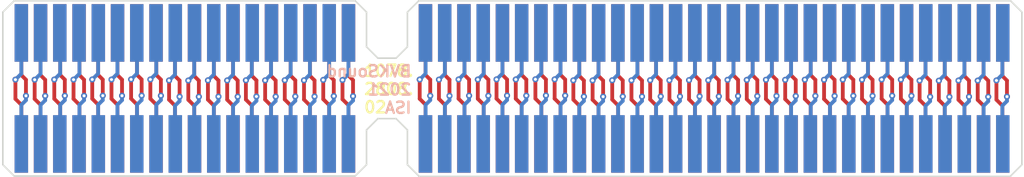
<source format=kicad_pcb>
(kicad_pcb (version 20171130) (host pcbnew "(5.1.8)-1")

  (general
    (thickness 1.6)
    (drawings 26)
    (tracks 809)
    (zones 0)
    (modules 2)
    (nets 99)
  )

  (page A4)
  (title_block
    (title "Rohde & Schwarz ISA InterConnect")
    (date 2021-01-23)
    (rev 01)
    (company BVKSound)
  )

  (layers
    (0 F.Cu signal)
    (31 B.Cu signal)
    (32 B.Adhes user)
    (33 F.Adhes user)
    (34 B.Paste user)
    (35 F.Paste user)
    (36 B.SilkS user)
    (37 F.SilkS user)
    (38 B.Mask user)
    (39 F.Mask user)
    (40 Dwgs.User user)
    (41 Cmts.User user)
    (42 Eco1.User user)
    (43 Eco2.User user)
    (44 Edge.Cuts user)
    (45 Margin user)
    (46 B.CrtYd user)
    (47 F.CrtYd user)
    (48 B.Fab user)
    (49 F.Fab user)
  )

  (setup
    (last_trace_width 0.5)
    (user_trace_width 0.25)
    (user_trace_width 0.3)
    (user_trace_width 0.35)
    (user_trace_width 0.4)
    (user_trace_width 0.45)
    (user_trace_width 0.5)
    (trace_clearance 0.2)
    (zone_clearance 0.508)
    (zone_45_only no)
    (trace_min 0.2)
    (via_size 0.8)
    (via_drill 0.4)
    (via_min_size 0.4)
    (via_min_drill 0.3)
    (uvia_size 0.3)
    (uvia_drill 0.1)
    (uvias_allowed no)
    (uvia_min_size 0.2)
    (uvia_min_drill 0.1)
    (edge_width 0.05)
    (segment_width 0.2)
    (pcb_text_width 0.3)
    (pcb_text_size 1.5 1.5)
    (mod_edge_width 0.12)
    (mod_text_size 1 1)
    (mod_text_width 0.15)
    (pad_size 1.524 1.524)
    (pad_drill 0.762)
    (pad_to_mask_clearance 0)
    (aux_axis_origin 0 0)
    (visible_elements FFFFFF7F)
    (pcbplotparams
      (layerselection 0x010fc_ffffffff)
      (usegerberextensions false)
      (usegerberattributes true)
      (usegerberadvancedattributes true)
      (creategerberjobfile true)
      (excludeedgelayer true)
      (linewidth 0.100000)
      (plotframeref false)
      (viasonmask false)
      (mode 1)
      (useauxorigin false)
      (hpglpennumber 1)
      (hpglpenspeed 20)
      (hpglpendiameter 15.000000)
      (psnegative false)
      (psa4output false)
      (plotreference true)
      (plotvalue true)
      (plotinvisibletext false)
      (padsonsilk false)
      (subtractmaskfromsilk false)
      (outputformat 1)
      (mirror false)
      (drillshape 0)
      (scaleselection 1)
      (outputdirectory "../../GERBER/"))
  )

  (net 0 "")
  (net 1 2)
  (net 2 1)
  (net 3 98)
  (net 4 97)
  (net 5 96)
  (net 6 95)
  (net 7 94)
  (net 8 93)
  (net 9 92)
  (net 10 91)
  (net 11 90)
  (net 12 89)
  (net 13 88)
  (net 14 87)
  (net 15 86)
  (net 16 85)
  (net 17 84)
  (net 18 83)
  (net 19 82)
  (net 20 81)
  (net 21 80)
  (net 22 79)
  (net 23 78)
  (net 24 77)
  (net 25 76)
  (net 26 75)
  (net 27 74)
  (net 28 73)
  (net 29 72)
  (net 30 71)
  (net 31 70)
  (net 32 69)
  (net 33 68)
  (net 34 67)
  (net 35 66)
  (net 36 65)
  (net 37 64)
  (net 38 63)
  (net 39 62)
  (net 40 61)
  (net 41 60)
  (net 42 59)
  (net 43 58)
  (net 44 57)
  (net 45 56)
  (net 46 55)
  (net 47 54)
  (net 48 53)
  (net 49 52)
  (net 50 51)
  (net 51 50)
  (net 52 49)
  (net 53 48)
  (net 54 47)
  (net 55 46)
  (net 56 45)
  (net 57 44)
  (net 58 43)
  (net 59 42)
  (net 60 41)
  (net 61 40)
  (net 62 39)
  (net 63 38)
  (net 64 37)
  (net 65 36)
  (net 66 35)
  (net 67 34)
  (net 68 33)
  (net 69 32)
  (net 70 31)
  (net 71 30)
  (net 72 29)
  (net 73 28)
  (net 74 27)
  (net 75 26)
  (net 76 25)
  (net 77 24)
  (net 78 23)
  (net 79 22)
  (net 80 21)
  (net 81 20)
  (net 82 19)
  (net 83 18)
  (net 84 17)
  (net 85 16)
  (net 86 15)
  (net 87 14)
  (net 88 13)
  (net 89 12)
  (net 90 11)
  (net 91 10)
  (net 92 9)
  (net 93 8)
  (net 94 7)
  (net 95 6)
  (net 96 5)
  (net 97 4)
  (net 98 3)

  (net_class Default "This is the default net class."
    (clearance 0.2)
    (trace_width 0.25)
    (via_dia 0.8)
    (via_drill 0.4)
    (uvia_dia 0.3)
    (uvia_drill 0.1)
    (add_net 1)
    (add_net 10)
    (add_net 11)
    (add_net 12)
    (add_net 13)
    (add_net 14)
    (add_net 15)
    (add_net 16)
    (add_net 17)
    (add_net 18)
    (add_net 19)
    (add_net 2)
    (add_net 20)
    (add_net 21)
    (add_net 22)
    (add_net 23)
    (add_net 24)
    (add_net 25)
    (add_net 26)
    (add_net 27)
    (add_net 28)
    (add_net 29)
    (add_net 3)
    (add_net 30)
    (add_net 31)
    (add_net 32)
    (add_net 33)
    (add_net 34)
    (add_net 35)
    (add_net 36)
    (add_net 37)
    (add_net 38)
    (add_net 39)
    (add_net 4)
    (add_net 40)
    (add_net 41)
    (add_net 42)
    (add_net 43)
    (add_net 44)
    (add_net 45)
    (add_net 46)
    (add_net 47)
    (add_net 48)
    (add_net 49)
    (add_net 5)
    (add_net 50)
    (add_net 51)
    (add_net 52)
    (add_net 53)
    (add_net 54)
    (add_net 55)
    (add_net 56)
    (add_net 57)
    (add_net 58)
    (add_net 59)
    (add_net 6)
    (add_net 60)
    (add_net 61)
    (add_net 62)
    (add_net 63)
    (add_net 64)
    (add_net 65)
    (add_net 66)
    (add_net 67)
    (add_net 68)
    (add_net 69)
    (add_net 7)
    (add_net 70)
    (add_net 71)
    (add_net 72)
    (add_net 73)
    (add_net 74)
    (add_net 75)
    (add_net 76)
    (add_net 77)
    (add_net 78)
    (add_net 79)
    (add_net 8)
    (add_net 80)
    (add_net 81)
    (add_net 82)
    (add_net 83)
    (add_net 84)
    (add_net 85)
    (add_net 86)
    (add_net 87)
    (add_net 88)
    (add_net 89)
    (add_net 9)
    (add_net 90)
    (add_net 91)
    (add_net 92)
    (add_net 93)
    (add_net 94)
    (add_net 95)
    (add_net 96)
    (add_net 97)
    (add_net 98)
  )

  (module Connector_PCBEdge:BUS_AT (layer F.Cu) (tedit 600C9025) (tstamp 600CCDDC)
    (at 193.74 91.52)
    (descr "AT ISA 16 bits Bus Edge Connector")
    (tags "BUS ISA AT Edge connector")
    (path /600D143A)
    (attr virtual)
    (fp_text reference J2 (at -60.96 -6.99) (layer F.SilkS) hide
      (effects (font (size 1 1) (thickness 0.15)))
    )
    (fp_text value Bus_ISA_16bit (at -81.91 -6.99) (layer F.Fab)
      (effects (font (size 1 1) (thickness 0.15)))
    )
    (fp_line (start 2.79 4.06) (end -132.33 4.06) (layer F.CrtYd) (width 0.05))
    (fp_line (start 2.79 4.06) (end 2.79 -5.33) (layer F.CrtYd) (width 0.05))
    (fp_line (start -132.33 -5.33) (end -132.33 4.06) (layer F.CrtYd) (width 0.05))
    (fp_line (start -132.33 -5.33) (end 2.79 -5.33) (layer F.CrtYd) (width 0.05))
    (fp_line (start 2.54 -5.08) (end 2.54 3.81) (layer F.Fab) (width 0.1))
    (fp_line (start -132.08 -5.08) (end 2.54 -5.08) (layer F.Fab) (width 0.1))
    (fp_line (start -132.08 3.81) (end -132.08 -5.08) (layer F.Fab) (width 0.1))
    (fp_line (start -83.82 3.81) (end -132.08 3.81) (layer F.Fab) (width 0.1))
    (fp_line (start -83.82 -3.81) (end -83.82 3.81) (layer F.Fab) (width 0.1))
    (fp_line (start -78.74 -3.81) (end -83.82 -3.81) (layer F.Fab) (width 0.1))
    (fp_line (start -78.74 3.81) (end -78.74 -3.81) (layer F.Fab) (width 0.1))
    (fp_line (start 2.54 3.81) (end -78.74 3.81) (layer F.Fab) (width 0.1))
    (fp_text user %R (at -64.77 -0.635) (layer F.Fab)
      (effects (font (size 1 1) (thickness 0.15)))
    )
    (pad 1 connect rect (at 0 0) (size 1.78 7.62) (layers B.Cu B.Mask)
      (net 2 1))
    (pad 2 connect rect (at -2.54 0) (size 1.78 7.62) (layers B.Cu B.Mask)
      (net 1 2))
    (pad 3 connect rect (at -5.08 0) (size 1.78 7.62) (layers B.Cu B.Mask)
      (net 98 3))
    (pad 4 connect rect (at -7.62 0) (size 1.78 7.62) (layers B.Cu B.Mask)
      (net 97 4))
    (pad 5 connect rect (at -10.16 0) (size 1.78 7.62) (layers B.Cu B.Mask)
      (net 96 5))
    (pad 6 connect rect (at -12.7 0) (size 1.78 7.62) (layers B.Cu B.Mask)
      (net 95 6))
    (pad 7 connect rect (at -15.24 0) (size 1.78 7.62) (layers B.Cu B.Mask)
      (net 94 7))
    (pad 8 connect rect (at -17.78 0) (size 1.78 7.62) (layers B.Cu B.Mask)
      (net 93 8))
    (pad 9 connect rect (at -20.32 0) (size 1.78 7.62) (layers B.Cu B.Mask)
      (net 92 9))
    (pad 10 connect rect (at -22.86 0) (size 1.78 7.62) (layers B.Cu B.Mask)
      (net 91 10))
    (pad 11 connect rect (at -25.4 0) (size 1.78 7.62) (layers B.Cu B.Mask)
      (net 90 11))
    (pad 12 connect rect (at -27.94 0) (size 1.78 7.62) (layers B.Cu B.Mask)
      (net 89 12))
    (pad 13 connect rect (at -30.48 0) (size 1.78 7.62) (layers B.Cu B.Mask)
      (net 88 13))
    (pad 14 connect rect (at -33.02 0) (size 1.78 7.62) (layers B.Cu B.Mask)
      (net 87 14))
    (pad 15 connect rect (at -35.56 0) (size 1.78 7.62) (layers B.Cu B.Mask)
      (net 86 15))
    (pad 16 connect rect (at -38.1 0) (size 1.78 7.62) (layers B.Cu B.Mask)
      (net 85 16))
    (pad 17 connect rect (at -40.64 0) (size 1.78 7.62) (layers B.Cu B.Mask)
      (net 84 17))
    (pad 18 connect rect (at -43.18 0) (size 1.78 7.62) (layers B.Cu B.Mask)
      (net 83 18))
    (pad 19 connect rect (at -45.72 0) (size 1.78 7.62) (layers B.Cu B.Mask)
      (net 82 19))
    (pad 20 connect rect (at -48.26 0) (size 1.78 7.62) (layers B.Cu B.Mask)
      (net 81 20))
    (pad 21 connect rect (at -50.8 0) (size 1.78 7.62) (layers B.Cu B.Mask)
      (net 80 21))
    (pad 22 connect rect (at -53.34 0) (size 1.78 7.62) (layers B.Cu B.Mask)
      (net 79 22))
    (pad 23 connect rect (at -55.88 0) (size 1.78 7.62) (layers B.Cu B.Mask)
      (net 78 23))
    (pad 24 connect rect (at -58.42 0) (size 1.78 7.62) (layers B.Cu B.Mask)
      (net 77 24))
    (pad 25 connect rect (at -60.96 0) (size 1.78 7.62) (layers B.Cu B.Mask)
      (net 76 25))
    (pad 26 connect rect (at -63.5 0) (size 1.78 7.62) (layers B.Cu B.Mask)
      (net 75 26))
    (pad 27 connect rect (at -66.04 0) (size 1.78 7.62) (layers B.Cu B.Mask)
      (net 74 27))
    (pad 28 connect rect (at -68.58 0) (size 1.78 7.62) (layers B.Cu B.Mask)
      (net 73 28))
    (pad 29 connect rect (at -71.12 0) (size 1.78 7.62) (layers B.Cu B.Mask)
      (net 72 29))
    (pad 30 connect rect (at -73.66 0) (size 1.78 7.62) (layers B.Cu B.Mask)
      (net 71 30))
    (pad 31 connect rect (at -76.2 0) (size 1.78 7.62) (layers B.Cu B.Mask)
      (net 70 31))
    (pad 32 connect rect (at 0 0) (size 1.78 7.62) (layers F.Cu F.Mask)
      (net 69 32))
    (pad 33 connect rect (at -2.54 0) (size 1.78 7.62) (layers F.Cu F.Mask)
      (net 68 33))
    (pad 34 connect rect (at -5.08 0) (size 1.78 7.62) (layers F.Cu F.Mask)
      (net 67 34))
    (pad 35 connect rect (at -7.62 0) (size 1.78 7.62) (layers F.Cu F.Mask)
      (net 66 35))
    (pad 36 connect rect (at -10.16 0) (size 1.78 7.62) (layers F.Cu F.Mask)
      (net 65 36))
    (pad 37 connect rect (at -12.7 0) (size 1.78 7.62) (layers F.Cu F.Mask)
      (net 64 37))
    (pad 38 connect rect (at -15.24 0) (size 1.78 7.62) (layers F.Cu F.Mask)
      (net 63 38))
    (pad 39 connect rect (at -17.78 0) (size 1.78 7.62) (layers F.Cu F.Mask)
      (net 62 39))
    (pad 40 connect rect (at -20.32 0) (size 1.78 7.62) (layers F.Cu F.Mask)
      (net 61 40))
    (pad 41 connect rect (at -22.86 0) (size 1.78 7.62) (layers F.Cu F.Mask)
      (net 60 41))
    (pad 42 connect rect (at -25.4 0) (size 1.78 7.62) (layers F.Cu F.Mask)
      (net 59 42))
    (pad 43 connect rect (at -27.94 0) (size 1.78 7.62) (layers F.Cu F.Mask)
      (net 58 43))
    (pad 44 connect rect (at -30.48 0) (size 1.78 7.62) (layers F.Cu F.Mask)
      (net 57 44))
    (pad 45 connect rect (at -33.02 0) (size 1.78 7.62) (layers F.Cu F.Mask)
      (net 56 45))
    (pad 46 connect rect (at -35.56 0) (size 1.78 7.62) (layers F.Cu F.Mask)
      (net 55 46))
    (pad 47 connect rect (at -38.1 0) (size 1.78 7.62) (layers F.Cu F.Mask)
      (net 54 47))
    (pad 48 connect rect (at -40.64 0) (size 1.78 7.62) (layers F.Cu F.Mask)
      (net 53 48))
    (pad 49 connect rect (at -43.18 0) (size 1.78 7.62) (layers F.Cu F.Mask)
      (net 52 49))
    (pad 50 connect rect (at -45.72 0) (size 1.78 7.62) (layers F.Cu F.Mask)
      (net 51 50))
    (pad 51 connect rect (at -48.26 0) (size 1.78 7.62) (layers F.Cu F.Mask)
      (net 50 51))
    (pad 52 connect rect (at -50.8 0) (size 1.78 7.62) (layers F.Cu F.Mask)
      (net 49 52))
    (pad 53 connect rect (at -53.34 0) (size 1.78 7.62) (layers F.Cu F.Mask)
      (net 48 53))
    (pad 54 connect rect (at -55.88 0) (size 1.78 7.62) (layers F.Cu F.Mask)
      (net 47 54))
    (pad 55 connect rect (at -58.42 0) (size 1.78 7.62) (layers F.Cu F.Mask)
      (net 46 55))
    (pad 56 connect rect (at -60.96 0) (size 1.78 7.62) (layers F.Cu F.Mask)
      (net 45 56))
    (pad 57 connect rect (at -63.5 0) (size 1.78 7.62) (layers F.Cu F.Mask)
      (net 44 57))
    (pad 58 connect rect (at -66.04 0) (size 1.78 7.62) (layers F.Cu F.Mask)
      (net 43 58))
    (pad 59 connect rect (at -68.58 0) (size 1.78 7.62) (layers F.Cu F.Mask)
      (net 42 59))
    (pad 60 connect rect (at -71.12 0) (size 1.78 7.62) (layers F.Cu F.Mask)
      (net 41 60))
    (pad 61 connect rect (at -73.66 0) (size 1.78 7.62) (layers F.Cu F.Mask)
      (net 40 61))
    (pad 62 connect rect (at -76.2 0) (size 1.78 7.62) (layers F.Cu F.Mask)
      (net 39 62))
    (pad 63 connect rect (at -86.36 0) (size 1.78 7.62) (layers B.Cu B.Mask)
      (net 38 63))
    (pad 64 connect rect (at -88.9 0) (size 1.78 7.62) (layers B.Cu B.Mask)
      (net 37 64))
    (pad 65 connect rect (at -91.44 0) (size 1.78 7.62) (layers B.Cu B.Mask)
      (net 36 65))
    (pad 66 connect rect (at -93.98 0) (size 1.78 7.62) (layers B.Cu B.Mask)
      (net 35 66))
    (pad 67 connect rect (at -96.52 0) (size 1.78 7.62) (layers B.Cu B.Mask)
      (net 34 67))
    (pad 68 connect rect (at -99.06 0) (size 1.78 7.62) (layers B.Cu B.Mask)
      (net 33 68))
    (pad 69 connect rect (at -101.6 0) (size 1.78 7.62) (layers B.Cu B.Mask)
      (net 32 69))
    (pad 70 connect rect (at -104.14 0) (size 1.78 7.62) (layers B.Cu B.Mask)
      (net 31 70))
    (pad 71 connect rect (at -106.68 0) (size 1.78 7.62) (layers B.Cu B.Mask)
      (net 30 71))
    (pad 72 connect rect (at -109.22 0) (size 1.78 7.62) (layers B.Cu B.Mask)
      (net 29 72))
    (pad 73 connect rect (at -111.76 0) (size 1.78 7.62) (layers B.Cu B.Mask)
      (net 28 73))
    (pad 74 connect rect (at -114.3 0) (size 1.78 7.62) (layers B.Cu B.Mask)
      (net 27 74))
    (pad 75 connect rect (at -116.84 0) (size 1.78 7.62) (layers B.Cu B.Mask)
      (net 26 75))
    (pad 76 connect rect (at -119.38 0) (size 1.78 7.62) (layers B.Cu B.Mask)
      (net 25 76))
    (pad 77 connect rect (at -121.92 0) (size 1.78 7.62) (layers B.Cu B.Mask)
      (net 24 77))
    (pad 78 connect rect (at -124.46 0) (size 1.78 7.62) (layers B.Cu B.Mask)
      (net 23 78))
    (pad 79 connect rect (at -127 0) (size 1.78 7.62) (layers B.Cu B.Mask)
      (net 22 79))
    (pad 80 connect rect (at -129.54 0) (size 1.78 7.62) (layers B.Cu B.Mask)
      (net 21 80))
    (pad 81 connect rect (at -86.36 0) (size 1.78 7.62) (layers F.Cu F.Mask)
      (net 20 81))
    (pad 82 connect rect (at -88.9 0) (size 1.78 7.62) (layers F.Cu F.Mask)
      (net 19 82))
    (pad 83 connect rect (at -91.44 0) (size 1.78 7.62) (layers F.Cu F.Mask)
      (net 18 83))
    (pad 84 connect rect (at -93.98 0) (size 1.78 7.62) (layers F.Cu F.Mask)
      (net 17 84))
    (pad 85 connect rect (at -96.52 0) (size 1.78 7.62) (layers F.Cu F.Mask)
      (net 16 85))
    (pad 86 connect rect (at -99.06 0) (size 1.78 7.62) (layers F.Cu F.Mask)
      (net 15 86))
    (pad 87 connect rect (at -101.6 0) (size 1.78 7.62) (layers F.Cu F.Mask)
      (net 14 87))
    (pad 88 connect rect (at -104.14 0) (size 1.78 7.62) (layers F.Cu F.Mask)
      (net 13 88))
    (pad 89 connect rect (at -106.68 0) (size 1.78 7.62) (layers F.Cu F.Mask)
      (net 12 89))
    (pad 90 connect rect (at -109.22 0) (size 1.78 7.62) (layers F.Cu F.Mask)
      (net 11 90))
    (pad 91 connect rect (at -111.76 0) (size 1.78 7.62) (layers F.Cu F.Mask)
      (net 10 91))
    (pad 92 connect rect (at -114.3 0) (size 1.78 7.62) (layers F.Cu F.Mask)
      (net 9 92))
    (pad 93 connect rect (at -116.84 0) (size 1.78 7.62) (layers F.Cu F.Mask)
      (net 8 93))
    (pad 94 connect rect (at -119.38 0) (size 1.78 7.62) (layers F.Cu F.Mask)
      (net 7 94))
    (pad 95 connect rect (at -121.92 0) (size 1.78 7.62) (layers F.Cu F.Mask)
      (net 6 95))
    (pad 96 connect rect (at -124.46 0) (size 1.78 7.62) (layers F.Cu F.Mask)
      (net 5 96))
    (pad 97 connect rect (at -127 0) (size 1.78 7.62) (layers F.Cu F.Mask)
      (net 4 97))
    (pad 98 connect rect (at -129.54 0) (size 1.78 7.62) (layers F.Cu F.Mask)
      (net 3 98))
  )

  (module Connector_PCBEdge:BUS_AT (layer B.Cu) (tedit 600C8FFE) (tstamp 600CCD62)
    (at 193.74 76.83)
    (descr "AT ISA 16 bits Bus Edge Connector")
    (tags "BUS ISA AT Edge connector")
    (path /600CD91C)
    (attr virtual)
    (fp_text reference J1 (at -60.96 6.99) (layer B.SilkS) hide
      (effects (font (size 1 1) (thickness 0.15)) (justify mirror))
    )
    (fp_text value Bus_ISA_16bit (at -81.91 6.99) (layer B.Fab)
      (effects (font (size 1 1) (thickness 0.15)) (justify mirror))
    )
    (fp_line (start 2.79 -4.06) (end -132.33 -4.06) (layer B.CrtYd) (width 0.05))
    (fp_line (start 2.79 -4.06) (end 2.79 5.33) (layer B.CrtYd) (width 0.05))
    (fp_line (start -132.33 5.33) (end -132.33 -4.06) (layer B.CrtYd) (width 0.05))
    (fp_line (start -132.33 5.33) (end 2.79 5.33) (layer B.CrtYd) (width 0.05))
    (fp_line (start 2.54 5.08) (end 2.54 -3.81) (layer B.Fab) (width 0.1))
    (fp_line (start -132.08 5.08) (end 2.54 5.08) (layer B.Fab) (width 0.1))
    (fp_line (start -132.08 -3.81) (end -132.08 5.08) (layer B.Fab) (width 0.1))
    (fp_line (start -83.82 -3.81) (end -132.08 -3.81) (layer B.Fab) (width 0.1))
    (fp_line (start -83.82 3.81) (end -83.82 -3.81) (layer B.Fab) (width 0.1))
    (fp_line (start -78.74 3.81) (end -83.82 3.81) (layer B.Fab) (width 0.1))
    (fp_line (start -78.74 -3.81) (end -78.74 3.81) (layer B.Fab) (width 0.1))
    (fp_line (start 2.54 -3.81) (end -78.74 -3.81) (layer B.Fab) (width 0.1))
    (fp_text user %R (at -64.77 0.635) (layer B.Fab)
      (effects (font (size 1 1) (thickness 0.15)) (justify mirror))
    )
    (pad 1 connect rect (at 0 0) (size 1.78 7.62) (layers F.Cu F.Mask)
      (net 2 1))
    (pad 2 connect rect (at -2.54 0) (size 1.78 7.62) (layers F.Cu F.Mask)
      (net 1 2))
    (pad 3 connect rect (at -5.08 0) (size 1.78 7.62) (layers F.Cu F.Mask)
      (net 98 3))
    (pad 4 connect rect (at -7.62 0) (size 1.78 7.62) (layers F.Cu F.Mask)
      (net 97 4))
    (pad 5 connect rect (at -10.16 0) (size 1.78 7.62) (layers F.Cu F.Mask)
      (net 96 5))
    (pad 6 connect rect (at -12.7 0) (size 1.78 7.62) (layers F.Cu F.Mask)
      (net 95 6))
    (pad 7 connect rect (at -15.24 0) (size 1.78 7.62) (layers F.Cu F.Mask)
      (net 94 7))
    (pad 8 connect rect (at -17.78 0) (size 1.78 7.62) (layers F.Cu F.Mask)
      (net 93 8))
    (pad 9 connect rect (at -20.32 0) (size 1.78 7.62) (layers F.Cu F.Mask)
      (net 92 9))
    (pad 10 connect rect (at -22.86 0) (size 1.78 7.62) (layers F.Cu F.Mask)
      (net 91 10))
    (pad 11 connect rect (at -25.4 0) (size 1.78 7.62) (layers F.Cu F.Mask)
      (net 90 11))
    (pad 12 connect rect (at -27.94 0) (size 1.78 7.62) (layers F.Cu F.Mask)
      (net 89 12))
    (pad 13 connect rect (at -30.48 0) (size 1.78 7.62) (layers F.Cu F.Mask)
      (net 88 13))
    (pad 14 connect rect (at -33.02 0) (size 1.78 7.62) (layers F.Cu F.Mask)
      (net 87 14))
    (pad 15 connect rect (at -35.56 0) (size 1.78 7.62) (layers F.Cu F.Mask)
      (net 86 15))
    (pad 16 connect rect (at -38.1 0) (size 1.78 7.62) (layers F.Cu F.Mask)
      (net 85 16))
    (pad 17 connect rect (at -40.64 0) (size 1.78 7.62) (layers F.Cu F.Mask)
      (net 84 17))
    (pad 18 connect rect (at -43.18 0) (size 1.78 7.62) (layers F.Cu F.Mask)
      (net 83 18))
    (pad 19 connect rect (at -45.72 0) (size 1.78 7.62) (layers F.Cu F.Mask)
      (net 82 19))
    (pad 20 connect rect (at -48.26 0) (size 1.78 7.62) (layers F.Cu F.Mask)
      (net 81 20))
    (pad 21 connect rect (at -50.8 0) (size 1.78 7.62) (layers F.Cu F.Mask)
      (net 80 21))
    (pad 22 connect rect (at -53.34 0) (size 1.78 7.62) (layers F.Cu F.Mask)
      (net 79 22))
    (pad 23 connect rect (at -55.88 0) (size 1.78 7.62) (layers F.Cu F.Mask)
      (net 78 23))
    (pad 24 connect rect (at -58.42 0) (size 1.78 7.62) (layers F.Cu F.Mask)
      (net 77 24))
    (pad 25 connect rect (at -60.96 0) (size 1.78 7.62) (layers F.Cu F.Mask)
      (net 76 25))
    (pad 26 connect rect (at -63.5 0) (size 1.78 7.62) (layers F.Cu F.Mask)
      (net 75 26))
    (pad 27 connect rect (at -66.04 0) (size 1.78 7.62) (layers F.Cu F.Mask)
      (net 74 27))
    (pad 28 connect rect (at -68.58 0) (size 1.78 7.62) (layers F.Cu F.Mask)
      (net 73 28))
    (pad 29 connect rect (at -71.12 0) (size 1.78 7.62) (layers F.Cu F.Mask)
      (net 72 29))
    (pad 30 connect rect (at -73.66 0) (size 1.78 7.62) (layers F.Cu F.Mask)
      (net 71 30))
    (pad 31 connect rect (at -76.2 0) (size 1.78 7.62) (layers F.Cu F.Mask)
      (net 70 31))
    (pad 32 connect rect (at 0 0) (size 1.78 7.62) (layers B.Cu B.Mask)
      (net 69 32))
    (pad 33 connect rect (at -2.54 0) (size 1.78 7.62) (layers B.Cu B.Mask)
      (net 68 33))
    (pad 34 connect rect (at -5.08 0) (size 1.78 7.62) (layers B.Cu B.Mask)
      (net 67 34))
    (pad 35 connect rect (at -7.62 0) (size 1.78 7.62) (layers B.Cu B.Mask)
      (net 66 35))
    (pad 36 connect rect (at -10.16 0) (size 1.78 7.62) (layers B.Cu B.Mask)
      (net 65 36))
    (pad 37 connect rect (at -12.7 0) (size 1.78 7.62) (layers B.Cu B.Mask)
      (net 64 37))
    (pad 38 connect rect (at -15.24 0) (size 1.78 7.62) (layers B.Cu B.Mask)
      (net 63 38))
    (pad 39 connect rect (at -17.78 0) (size 1.78 7.62) (layers B.Cu B.Mask)
      (net 62 39))
    (pad 40 connect rect (at -20.32 0) (size 1.78 7.62) (layers B.Cu B.Mask)
      (net 61 40))
    (pad 41 connect rect (at -22.86 0) (size 1.78 7.62) (layers B.Cu B.Mask)
      (net 60 41))
    (pad 42 connect rect (at -25.4 0) (size 1.78 7.62) (layers B.Cu B.Mask)
      (net 59 42))
    (pad 43 connect rect (at -27.94 0) (size 1.78 7.62) (layers B.Cu B.Mask)
      (net 58 43))
    (pad 44 connect rect (at -30.48 0) (size 1.78 7.62) (layers B.Cu B.Mask)
      (net 57 44))
    (pad 45 connect rect (at -33.02 0) (size 1.78 7.62) (layers B.Cu B.Mask)
      (net 56 45))
    (pad 46 connect rect (at -35.56 0) (size 1.78 7.62) (layers B.Cu B.Mask)
      (net 55 46))
    (pad 47 connect rect (at -38.1 0) (size 1.78 7.62) (layers B.Cu B.Mask)
      (net 54 47))
    (pad 48 connect rect (at -40.64 0) (size 1.78 7.62) (layers B.Cu B.Mask)
      (net 53 48))
    (pad 49 connect rect (at -43.18 0) (size 1.78 7.62) (layers B.Cu B.Mask)
      (net 52 49))
    (pad 50 connect rect (at -45.72 0) (size 1.78 7.62) (layers B.Cu B.Mask)
      (net 51 50))
    (pad 51 connect rect (at -48.26 0) (size 1.78 7.62) (layers B.Cu B.Mask)
      (net 50 51))
    (pad 52 connect rect (at -50.8 0) (size 1.78 7.62) (layers B.Cu B.Mask)
      (net 49 52))
    (pad 53 connect rect (at -53.34 0) (size 1.78 7.62) (layers B.Cu B.Mask)
      (net 48 53))
    (pad 54 connect rect (at -55.88 0) (size 1.78 7.62) (layers B.Cu B.Mask)
      (net 47 54))
    (pad 55 connect rect (at -58.42 0) (size 1.78 7.62) (layers B.Cu B.Mask)
      (net 46 55))
    (pad 56 connect rect (at -60.96 0) (size 1.78 7.62) (layers B.Cu B.Mask)
      (net 45 56))
    (pad 57 connect rect (at -63.5 0) (size 1.78 7.62) (layers B.Cu B.Mask)
      (net 44 57))
    (pad 58 connect rect (at -66.04 0) (size 1.78 7.62) (layers B.Cu B.Mask)
      (net 43 58))
    (pad 59 connect rect (at -68.58 0) (size 1.78 7.62) (layers B.Cu B.Mask)
      (net 42 59))
    (pad 60 connect rect (at -71.12 0) (size 1.78 7.62) (layers B.Cu B.Mask)
      (net 41 60))
    (pad 61 connect rect (at -73.66 0) (size 1.78 7.62) (layers B.Cu B.Mask)
      (net 40 61))
    (pad 62 connect rect (at -76.2 0) (size 1.78 7.62) (layers B.Cu B.Mask)
      (net 39 62))
    (pad 63 connect rect (at -86.36 0) (size 1.78 7.62) (layers F.Cu F.Mask)
      (net 38 63))
    (pad 64 connect rect (at -88.9 0) (size 1.78 7.62) (layers F.Cu F.Mask)
      (net 37 64))
    (pad 65 connect rect (at -91.44 0) (size 1.78 7.62) (layers F.Cu F.Mask)
      (net 36 65))
    (pad 66 connect rect (at -93.98 0) (size 1.78 7.62) (layers F.Cu F.Mask)
      (net 35 66))
    (pad 67 connect rect (at -96.52 0) (size 1.78 7.62) (layers F.Cu F.Mask)
      (net 34 67))
    (pad 68 connect rect (at -99.06 0) (size 1.78 7.62) (layers F.Cu F.Mask)
      (net 33 68))
    (pad 69 connect rect (at -101.6 0) (size 1.78 7.62) (layers F.Cu F.Mask)
      (net 32 69))
    (pad 70 connect rect (at -104.14 0) (size 1.78 7.62) (layers F.Cu F.Mask)
      (net 31 70))
    (pad 71 connect rect (at -106.68 0) (size 1.78 7.62) (layers F.Cu F.Mask)
      (net 30 71))
    (pad 72 connect rect (at -109.22 0) (size 1.78 7.62) (layers F.Cu F.Mask)
      (net 29 72))
    (pad 73 connect rect (at -111.76 0) (size 1.78 7.62) (layers F.Cu F.Mask)
      (net 28 73))
    (pad 74 connect rect (at -114.3 0) (size 1.78 7.62) (layers F.Cu F.Mask)
      (net 27 74))
    (pad 75 connect rect (at -116.84 0) (size 1.78 7.62) (layers F.Cu F.Mask)
      (net 26 75))
    (pad 76 connect rect (at -119.38 0) (size 1.78 7.62) (layers F.Cu F.Mask)
      (net 25 76))
    (pad 77 connect rect (at -121.92 0) (size 1.78 7.62) (layers F.Cu F.Mask)
      (net 24 77))
    (pad 78 connect rect (at -124.46 0) (size 1.78 7.62) (layers F.Cu F.Mask)
      (net 23 78))
    (pad 79 connect rect (at -127 0) (size 1.78 7.62) (layers F.Cu F.Mask)
      (net 22 79))
    (pad 80 connect rect (at -129.54 0) (size 1.78 7.62) (layers F.Cu F.Mask)
      (net 21 80))
    (pad 81 connect rect (at -86.36 0) (size 1.78 7.62) (layers B.Cu B.Mask)
      (net 20 81))
    (pad 82 connect rect (at -88.9 0) (size 1.78 7.62) (layers B.Cu B.Mask)
      (net 19 82))
    (pad 83 connect rect (at -91.44 0) (size 1.78 7.62) (layers B.Cu B.Mask)
      (net 18 83))
    (pad 84 connect rect (at -93.98 0) (size 1.78 7.62) (layers B.Cu B.Mask)
      (net 17 84))
    (pad 85 connect rect (at -96.52 0) (size 1.78 7.62) (layers B.Cu B.Mask)
      (net 16 85))
    (pad 86 connect rect (at -99.06 0) (size 1.78 7.62) (layers B.Cu B.Mask)
      (net 15 86))
    (pad 87 connect rect (at -101.6 0) (size 1.78 7.62) (layers B.Cu B.Mask)
      (net 14 87))
    (pad 88 connect rect (at -104.14 0) (size 1.78 7.62) (layers B.Cu B.Mask)
      (net 13 88))
    (pad 89 connect rect (at -106.68 0) (size 1.78 7.62) (layers B.Cu B.Mask)
      (net 12 89))
    (pad 90 connect rect (at -109.22 0) (size 1.78 7.62) (layers B.Cu B.Mask)
      (net 11 90))
    (pad 91 connect rect (at -111.76 0) (size 1.78 7.62) (layers B.Cu B.Mask)
      (net 10 91))
    (pad 92 connect rect (at -114.3 0) (size 1.78 7.62) (layers B.Cu B.Mask)
      (net 9 92))
    (pad 93 connect rect (at -116.84 0) (size 1.78 7.62) (layers B.Cu B.Mask)
      (net 8 93))
    (pad 94 connect rect (at -119.38 0) (size 1.78 7.62) (layers B.Cu B.Mask)
      (net 7 94))
    (pad 95 connect rect (at -121.92 0) (size 1.78 7.62) (layers B.Cu B.Mask)
      (net 6 95))
    (pad 96 connect rect (at -124.46 0) (size 1.78 7.62) (layers B.Cu B.Mask)
      (net 5 96))
    (pad 97 connect rect (at -127 0) (size 1.78 7.62) (layers B.Cu B.Mask)
      (net 4 97))
    (pad 98 connect rect (at -129.54 0) (size 1.78 7.62) (layers B.Cu B.Mask)
      (net 3 98))
  )

  (gr_text "BVKSound\n2021\nISA" (at 115.85 84.32) (layer B.SilkS)
    (effects (font (size 1.5 1.5) (thickness 0.3)) (justify left mirror))
  )
  (gr_text "1078.\n2808.\n02" (at 109.29 84.25) (layer F.SilkS)
    (effects (font (size 1.5 1.5) (thickness 0.3)) (justify left))
  )
  (gr_line (start 115.16 78.67) (end 115.16 74.07) (layer Edge.Cuts) (width 0.2))
  (gr_line (start 113.66 88.17) (end 111.26 88.17) (layer Edge.Cuts) (width 0.2))
  (gr_line (start 113.66 80.170001) (end 115.16 78.67) (layer Edge.Cuts) (width 0.2))
  (gr_line (start 109.76 89.67) (end 109.76 94.27) (layer Edge.Cuts) (width 0.2))
  (gr_line (start 61.76 94.270001) (end 61.76 74.07) (layer Edge.Cuts) (width 0.2))
  (gr_line (start 115.16 74.07) (end 116.66 72.57) (layer Edge.Cuts) (width 0.2))
  (gr_line (start 109.76 78.67) (end 111.26 80.170001) (layer Edge.Cuts) (width 0.2))
  (gr_line (start 115.16 94.27) (end 115.16 89.67) (layer Edge.Cuts) (width 0.2))
  (gr_line (start 196.26 74.07) (end 196.26 94.270001) (layer Edge.Cuts) (width 0.2))
  (gr_line (start 111.26 88.17) (end 109.76 89.67) (layer Edge.Cuts) (width 0.2))
  (gr_line (start 63.26 95.77) (end 61.76 94.270001) (layer Edge.Cuts) (width 0.2))
  (gr_line (start 116.66 95.77) (end 115.16 94.27) (layer Edge.Cuts) (width 0.2))
  (gr_line (start 63.26 72.57) (end 108.26 72.57) (layer Edge.Cuts) (width 0.2))
  (gr_line (start 108.26 72.57) (end 109.76 74.07) (layer Edge.Cuts) (width 0.2))
  (gr_line (start 108.26 95.77) (end 63.26 95.77) (layer Edge.Cuts) (width 0.2))
  (gr_line (start 111.26 80.170001) (end 113.66 80.170001) (layer Edge.Cuts) (width 0.2))
  (gr_line (start 115.16 89.67) (end 113.66 88.17) (layer Edge.Cuts) (width 0.2))
  (gr_line (start 116.66 72.57) (end 194.76 72.57) (layer Edge.Cuts) (width 0.2))
  (gr_line (start 196.26 94.270001) (end 194.76 95.77) (layer Edge.Cuts) (width 0.2))
  (gr_line (start 109.76 74.07) (end 109.76 78.67) (layer Edge.Cuts) (width 0.2))
  (gr_line (start 194.76 72.57) (end 196.26 74.07) (layer Edge.Cuts) (width 0.2))
  (gr_line (start 61.76 74.07) (end 63.26 72.57) (layer Edge.Cuts) (width 0.2))
  (gr_line (start 109.76 94.27) (end 108.26 95.77) (layer Edge.Cuts) (width 0.2))
  (gr_line (start 194.76 95.82) (end 116.66 95.82) (layer Edge.Cuts) (width 0.2))

  (segment (start 64.2 82.23) (end 63.42 83.01) (width 0.5) (layer B.Cu) (net 3))
  (via (at 63.42 83.01) (size 0.8) (drill 0.4) (layers F.Cu B.Cu) (net 3))
  (segment (start 64.2 76.83) (end 64.2 82.23) (width 0.5) (layer B.Cu) (net 3))
  (segment (start 63.42 83.01) (end 63.42 85.56) (width 0.5) (layer F.Cu) (net 3))
  (segment (start 64.2 86.34) (end 64.2 91.52) (width 0.5) (layer F.Cu) (net 3))
  (segment (start 63.42 85.56) (end 64.2 86.34) (width 0.5) (layer F.Cu) (net 3))
  (segment (start 66.74 82.24) (end 65.96 83.02) (width 0.5) (layer B.Cu) (net 4) (tstamp 600CFD32))
  (segment (start 65.96 83.02) (end 65.96 85.57) (width 0.5) (layer F.Cu) (net 4) (tstamp 600CFD33))
  (segment (start 65.96 85.57) (end 66.74 86.35) (width 0.5) (layer F.Cu) (net 4) (tstamp 600CFD34))
  (segment (start 71.09 85.56) (end 71.87 86.34) (width 0.5) (layer F.Cu) (net 6) (tstamp 600CFD6F))
  (segment (start 69.33 82.22) (end 68.55 83) (width 0.5) (layer B.Cu) (net 5) (tstamp 600CFD72))
  (segment (start 71.09 83.01) (end 71.09 85.56) (width 0.5) (layer F.Cu) (net 6) (tstamp 600CFD73))
  (segment (start 81.23 85.54) (end 82.01 86.32) (width 0.5) (layer F.Cu) (net 10) (tstamp 600CFD9B))
  (segment (start 81.23 82.99) (end 81.23 85.54) (width 0.5) (layer F.Cu) (net 10) (tstamp 600CFD9E))
  (segment (start 76.1 85.55) (end 76.88 86.33) (width 0.5) (layer F.Cu) (net 8) (tstamp 600CFDA6))
  (segment (start 74.34 82.21) (end 73.56 82.99) (width 0.5) (layer B.Cu) (net 7) (tstamp 600CFDA9))
  (segment (start 76.1 83) (end 76.1 85.55) (width 0.5) (layer F.Cu) (net 8) (tstamp 600CFDAA))
  (segment (start 91.37 85.67) (end 92.15 86.45) (width 0.5) (layer F.Cu) (net 14) (tstamp 600CFDE8))
  (segment (start 91.37 83.12) (end 91.37 85.67) (width 0.5) (layer F.Cu) (net 14) (tstamp 600CFDEB))
  (segment (start 86.24 85.68) (end 87.02 86.46) (width 0.5) (layer F.Cu) (net 12) (tstamp 600CFDFB))
  (segment (start 84.48 82.34) (end 83.7 83.12) (width 0.5) (layer B.Cu) (net 11) (tstamp 600CFDFE))
  (segment (start 86.24 83.13) (end 86.24 85.68) (width 0.5) (layer F.Cu) (net 12) (tstamp 600CFDFF))
  (segment (start 83.7 83.12) (end 83.7 85.67) (width 0.5) (layer F.Cu) (net 11) (tstamp 600CFE03))
  (segment (start 83.7 85.67) (end 84.48 86.45) (width 0.5) (layer F.Cu) (net 11) (tstamp 600CFE04))
  (segment (start 101.51 85.65) (end 102.29 86.43) (width 0.5) (layer F.Cu) (net 18) (tstamp 600CFE06))
  (segment (start 101.51 83.1) (end 101.51 85.65) (width 0.5) (layer F.Cu) (net 18) (tstamp 600CFE11))
  (segment (start 96.38 85.66) (end 97.16 86.44) (width 0.5) (layer F.Cu) (net 16) (tstamp 600CFE16))
  (segment (start 96.38 83.11) (end 96.38 85.66) (width 0.5) (layer F.Cu) (net 16) (tstamp 600CFE1D))
  (via (at 83.7 83.12) (size 0.8) (drill 0.4) (layers F.Cu B.Cu) (net 11) (tstamp 600CFE22))
  (segment (start 106.59 85.61) (end 107.37 86.39) (width 0.5) (layer F.Cu) (net 20) (tstamp 600D00D6))
  (segment (start 106.59 83.06) (end 106.59 85.61) (width 0.5) (layer F.Cu) (net 20) (tstamp 600D00E0))
  (segment (start 124.45 85.55) (end 125.23 86.33) (width 0.5) (layer F.Cu) (net 42) (tstamp 600D00FB))
  (segment (start 124.45 83) (end 124.45 85.55) (width 0.5) (layer F.Cu) (net 42) (tstamp 600D00FE))
  (via (at 137.06 83.11) (size 0.8) (drill 0.4) (layers F.Cu B.Cu) (net 47) (tstamp 600D010A))
  (segment (start 119.32 85.56) (end 120.1 86.34) (width 0.5) (layer F.Cu) (net 40) (tstamp 600D011E))
  (segment (start 117.56 82.22) (end 116.78 83) (width 0.5) (layer B.Cu) (net 39) (tstamp 600D0121))
  (segment (start 119.32 83.01) (end 119.32 85.56) (width 0.5) (layer F.Cu) (net 40) (tstamp 600D0122))
  (segment (start 116.78 83) (end 116.78 85.55) (width 0.5) (layer F.Cu) (net 39) (tstamp 600D0126))
  (segment (start 116.78 85.55) (end 117.56 86.33) (width 0.5) (layer F.Cu) (net 39) (tstamp 600D0127))
  (segment (start 134.59 85.53) (end 135.37 86.31) (width 0.5) (layer F.Cu) (net 46) (tstamp 600D0129))
  (segment (start 134.59 82.98) (end 134.59 85.53) (width 0.5) (layer F.Cu) (net 46) (tstamp 600D0134))
  (segment (start 129.46 85.54) (end 130.24 86.32) (width 0.5) (layer F.Cu) (net 44) (tstamp 600D0139))
  (segment (start 129.46 82.99) (end 129.46 85.54) (width 0.5) (layer F.Cu) (net 44) (tstamp 600D0140))
  (via (at 116.78 83) (size 0.8) (drill 0.4) (layers F.Cu B.Cu) (net 39) (tstamp 600D0145))
  (segment (start 144.73 85.66) (end 145.51 86.44) (width 0.5) (layer F.Cu) (net 50) (tstamp 600D0151))
  (segment (start 139.6 85.67) (end 140.38 86.45) (width 0.5) (layer F.Cu) (net 48) (tstamp 600D015B))
  (segment (start 137.84 82.33) (end 137.06 83.11) (width 0.5) (layer B.Cu) (net 47) (tstamp 600D015D))
  (segment (start 139.6 83.12) (end 139.6 85.67) (width 0.5) (layer F.Cu) (net 48) (tstamp 600D015E))
  (segment (start 137.06 83.11) (end 137.06 85.66) (width 0.5) (layer F.Cu) (net 47) (tstamp 600D0162))
  (segment (start 137.06 85.66) (end 137.84 86.44) (width 0.5) (layer F.Cu) (net 47) (tstamp 600D0163))
  (segment (start 154.87 85.64) (end 155.65 86.42) (width 0.5) (layer F.Cu) (net 54) (tstamp 600D0167))
  (segment (start 144.73 83.11) (end 144.73 85.66) (width 0.5) (layer F.Cu) (net 50) (tstamp 600D0169))
  (segment (start 149.74 83.1) (end 149.74 85.65) (width 0.5) (layer F.Cu) (net 52) (tstamp 600D0177))
  (segment (start 154.87 83.09) (end 154.87 85.64) (width 0.5) (layer F.Cu) (net 54) (tstamp 600D0185))
  (segment (start 149.74 85.65) (end 150.52 86.43) (width 0.5) (layer F.Cu) (net 52) (tstamp 600D0186))
  (segment (start 159.95 85.6) (end 160.73 86.38) (width 0.5) (layer F.Cu) (net 56) (tstamp 600D0189))
  (segment (start 159.95 83.05) (end 159.95 85.6) (width 0.5) (layer F.Cu) (net 56) (tstamp 600D0192))
  (via (at 162.48 83.03) (size 0.8) (drill 0.4) (layers F.Cu B.Cu) (net 57) (tstamp 600D0256))
  (via (at 182.76 83.14) (size 0.8) (drill 0.4) (layers F.Cu B.Cu) (net 65) (tstamp 600D0258))
  (segment (start 163.26 82.25) (end 162.48 83.03) (width 0.5) (layer B.Cu) (net 57) (tstamp 600D025F))
  (segment (start 170.15 85.58) (end 170.93 86.36) (width 0.5) (layer F.Cu) (net 60) (tstamp 600D0263))
  (segment (start 170.15 83.03) (end 170.15 85.58) (width 0.5) (layer F.Cu) (net 60) (tstamp 600D026B))
  (segment (start 165.02 85.59) (end 165.8 86.37) (width 0.5) (layer F.Cu) (net 58) (tstamp 600D026C))
  (segment (start 162.48 83.03) (end 162.48 85.58) (width 0.5) (layer F.Cu) (net 57) (tstamp 600D026D))
  (segment (start 180.29 83.01) (end 180.29 85.56) (width 0.5) (layer F.Cu) (net 64) (tstamp 600D0277))
  (segment (start 162.48 85.58) (end 163.26 86.36) (width 0.5) (layer F.Cu) (net 57) (tstamp 600D027A))
  (segment (start 180.29 85.56) (end 181.07 86.34) (width 0.5) (layer F.Cu) (net 64) (tstamp 600D027C))
  (segment (start 165.02 83.04) (end 165.02 85.59) (width 0.5) (layer F.Cu) (net 58) (tstamp 600D0281))
  (segment (start 175.16 85.57) (end 175.94 86.35) (width 0.5) (layer F.Cu) (net 62) (tstamp 600D0288))
  (segment (start 190.43 83.14) (end 190.43 85.69) (width 0.5) (layer F.Cu) (net 68) (tstamp 600D0295))
  (segment (start 185.3 83.15) (end 185.3 85.7) (width 0.5) (layer F.Cu) (net 66) (tstamp 600D02B0))
  (segment (start 182.76 85.69) (end 183.54 86.47) (width 0.5) (layer F.Cu) (net 65) (tstamp 600D02B2))
  (segment (start 182.76 83.14) (end 182.76 85.69) (width 0.5) (layer F.Cu) (net 65) (tstamp 600D02BC))
  (segment (start 190.43 85.69) (end 191.21 86.47) (width 0.5) (layer F.Cu) (net 68) (tstamp 600D02C1))
  (segment (start 185.3 85.7) (end 186.08 86.48) (width 0.5) (layer F.Cu) (net 66) (tstamp 600D02C2))
  (segment (start 183.54 82.36) (end 182.76 83.14) (width 0.5) (layer B.Cu) (net 65) (tstamp 600D02C5))
  (segment (start 175.16 83.02) (end 175.16 85.57) (width 0.5) (layer F.Cu) (net 62) (tstamp 600D02C7))
  (segment (start 73.56 82.99) (end 73.56 85.54) (width 0.5) (layer F.Cu) (net 7) (tstamp 600CFDAE))
  (segment (start 73.56 85.54) (end 74.34 86.32) (width 0.5) (layer F.Cu) (net 7) (tstamp 600CFDAF))
  (via (at 73.56 82.99) (size 0.8) (drill 0.4) (layers F.Cu B.Cu) (net 7) (tstamp 600CFDB1))
  (segment (start 68.55 83) (end 68.55 85.55) (width 0.5) (layer F.Cu) (net 5) (tstamp 600CFD77))
  (segment (start 68.55 85.55) (end 69.33 86.33) (width 0.5) (layer F.Cu) (net 5) (tstamp 600CFD78))
  (via (at 68.55 83) (size 0.8) (drill 0.4) (layers F.Cu B.Cu) (net 5) (tstamp 600CFD7A))
  (via (at 65.96 83.02) (size 0.8) (drill 0.4) (layers F.Cu B.Cu) (net 4) (tstamp 600CFD35))
  (segment (start 71.87 82.23) (end 71.09 83.01) (width 0.5) (layer B.Cu) (net 6) (tstamp 600CFD74))
  (via (at 71.09 83.01) (size 0.8) (drill 0.4) (layers F.Cu B.Cu) (net 6) (tstamp 600CFD7B))
  (segment (start 82.01 82.21) (end 81.23 82.99) (width 0.5) (layer B.Cu) (net 10) (tstamp 600CFD94))
  (segment (start 76.88 82.22) (end 76.1 83) (width 0.5) (layer B.Cu) (net 8) (tstamp 600CFDAB))
  (via (at 76.1 83) (size 0.8) (drill 0.4) (layers F.Cu B.Cu) (net 8) (tstamp 600CFDB2))
  (via (at 81.23 82.99) (size 0.8) (drill 0.4) (layers F.Cu B.Cu) (net 10) (tstamp 600CFDB7))
  (segment (start 92.15 82.34) (end 91.37 83.12) (width 0.5) (layer B.Cu) (net 14) (tstamp 600CFDE1))
  (via (at 101.51 83.1) (size 0.8) (drill 0.4) (layers F.Cu B.Cu) (net 18) (tstamp 600CFDF4))
  (via (at 96.38 83.11) (size 0.8) (drill 0.4) (layers F.Cu B.Cu) (net 16) (tstamp 600CFDF5))
  (segment (start 87.02 82.35) (end 86.24 83.13) (width 0.5) (layer B.Cu) (net 12) (tstamp 600CFE00))
  (segment (start 102.29 82.32) (end 101.51 83.1) (width 0.5) (layer B.Cu) (net 18) (tstamp 600CFE0C))
  (segment (start 97.16 82.33) (end 96.38 83.11) (width 0.5) (layer B.Cu) (net 16) (tstamp 600CFE1B))
  (via (at 86.24 83.13) (size 0.8) (drill 0.4) (layers F.Cu B.Cu) (net 12) (tstamp 600CFE23))
  (via (at 91.37 83.12) (size 0.8) (drill 0.4) (layers F.Cu B.Cu) (net 14) (tstamp 600CFE28))
  (via (at 106.59 83.06) (size 0.8) (drill 0.4) (layers F.Cu B.Cu) (net 20) (tstamp 600D00D2))
  (segment (start 107.37 82.28) (end 106.59 83.06) (width 0.5) (layer B.Cu) (net 20) (tstamp 600D00E1))
  (segment (start 125.23 82.22) (end 124.45 83) (width 0.5) (layer B.Cu) (net 42) (tstamp 600D00F4))
  (via (at 144.73 83.11) (size 0.8) (drill 0.4) (layers F.Cu B.Cu) (net 50) (tstamp 600D0108))
  (via (at 139.6 83.12) (size 0.8) (drill 0.4) (layers F.Cu B.Cu) (net 48) (tstamp 600D010D))
  (via (at 154.87 83.09) (size 0.8) (drill 0.4) (layers F.Cu B.Cu) (net 54) (tstamp 600D0110))
  (via (at 134.59 82.98) (size 0.8) (drill 0.4) (layers F.Cu B.Cu) (net 46) (tstamp 600D0111))
  (via (at 129.46 82.99) (size 0.8) (drill 0.4) (layers F.Cu B.Cu) (net 44) (tstamp 600D0112))
  (via (at 149.74 83.1) (size 0.8) (drill 0.4) (layers F.Cu B.Cu) (net 52) (tstamp 600D0118))
  (segment (start 120.1 82.23) (end 119.32 83.01) (width 0.5) (layer B.Cu) (net 40) (tstamp 600D0123))
  (segment (start 135.37 82.2) (end 134.59 82.98) (width 0.5) (layer B.Cu) (net 46) (tstamp 600D012F))
  (segment (start 130.24 82.21) (end 129.46 82.99) (width 0.5) (layer B.Cu) (net 44) (tstamp 600D013E))
  (via (at 119.32 83.01) (size 0.8) (drill 0.4) (layers F.Cu B.Cu) (net 40) (tstamp 600D0146))
  (via (at 124.45 83) (size 0.8) (drill 0.4) (layers F.Cu B.Cu) (net 42) (tstamp 600D014B))
  (via (at 159.95 83.05) (size 0.8) (drill 0.4) (layers F.Cu B.Cu) (net 56) (tstamp 600D014F))
  (segment (start 140.38 82.34) (end 139.6 83.12) (width 0.5) (layer B.Cu) (net 48) (tstamp 600D015F))
  (segment (start 145.51 82.33) (end 144.73 83.11) (width 0.5) (layer B.Cu) (net 50) (tstamp 600D016F))
  (segment (start 150.52 82.32) (end 149.74 83.1) (width 0.5) (layer B.Cu) (net 52) (tstamp 600D017D))
  (segment (start 155.65 82.31) (end 154.87 83.09) (width 0.5) (layer B.Cu) (net 54) (tstamp 600D0187))
  (segment (start 160.73 82.27) (end 159.95 83.05) (width 0.5) (layer B.Cu) (net 56) (tstamp 600D018C))
  (via (at 185.3 83.15) (size 0.8) (drill 0.4) (layers F.Cu B.Cu) (net 66) (tstamp 600D0240))
  (via (at 165.02 83.04) (size 0.8) (drill 0.4) (layers F.Cu B.Cu) (net 58) (tstamp 600D0241))
  (via (at 170.15 83.03) (size 0.8) (drill 0.4) (layers F.Cu B.Cu) (net 60) (tstamp 600D024A))
  (via (at 180.29 83.01) (size 0.8) (drill 0.4) (layers F.Cu B.Cu) (net 64) (tstamp 600D024C))
  (via (at 190.43 83.14) (size 0.8) (drill 0.4) (layers F.Cu B.Cu) (net 68) (tstamp 600D024D))
  (via (at 175.16 83.02) (size 0.8) (drill 0.4) (layers F.Cu B.Cu) (net 62) (tstamp 600D024E))
  (segment (start 165.8 82.26) (end 165.02 83.04) (width 0.5) (layer B.Cu) (net 58) (tstamp 600D0260))
  (segment (start 181.07 82.23) (end 180.29 83.01) (width 0.5) (layer B.Cu) (net 64) (tstamp 600D0274))
  (segment (start 170.93 82.25) (end 170.15 83.03) (width 0.5) (layer B.Cu) (net 60) (tstamp 600D0278))
  (segment (start 191.21 82.36) (end 190.43 83.14) (width 0.5) (layer B.Cu) (net 68) (tstamp 600D02A0))
  (segment (start 186.08 82.37) (end 185.3 83.15) (width 0.5) (layer B.Cu) (net 66) (tstamp 600D02A4))
  (segment (start 175.94 82.24) (end 175.16 83.02) (width 0.5) (layer B.Cu) (net 62) (tstamp 600D02C3))
  (segment (start 66.74 82.24) (end 66.74 76.83) (width 0.5) (layer B.Cu) (net 4))
  (segment (start 66.74 86.35) (end 66.74 91.52) (width 0.5) (layer F.Cu) (net 4))
  (segment (start 69.33 76.88) (end 69.28 76.83) (width 0.5) (layer B.Cu) (net 5))
  (segment (start 69.33 82.22) (end 69.33 76.88) (width 0.5) (layer B.Cu) (net 5))
  (segment (start 79.47 82.2) (end 78.69 82.98) (width 0.5) (layer B.Cu) (net 9) (tstamp 600CFD99))
  (segment (start 78.69 82.98) (end 78.69 85.53) (width 0.5) (layer F.Cu) (net 9) (tstamp 600CFDA0))
  (segment (start 78.69 85.53) (end 79.47 86.31) (width 0.5) (layer F.Cu) (net 9) (tstamp 600CFDA1))
  (via (at 78.69 82.98) (size 0.8) (drill 0.4) (layers F.Cu B.Cu) (net 9) (tstamp 600CFDB6))
  (segment (start 89.61 82.33) (end 88.83 83.11) (width 0.5) (layer B.Cu) (net 13) (tstamp 600CFDE6))
  (segment (start 88.83 83.11) (end 88.83 85.66) (width 0.5) (layer F.Cu) (net 13) (tstamp 600CFDED))
  (segment (start 88.83 85.66) (end 89.61 86.44) (width 0.5) (layer F.Cu) (net 13) (tstamp 600CFDEE))
  (via (at 98.97 83.09) (size 0.8) (drill 0.4) (layers F.Cu B.Cu) (net 17) (tstamp 600CFDF3))
  (segment (start 99.75 82.31) (end 98.97 83.09) (width 0.5) (layer B.Cu) (net 17) (tstamp 600CFE05))
  (segment (start 98.97 85.64) (end 99.75 86.42) (width 0.5) (layer F.Cu) (net 17) (tstamp 600CFE09))
  (segment (start 98.97 83.09) (end 98.97 85.64) (width 0.5) (layer F.Cu) (net 17) (tstamp 600CFE12))
  (via (at 88.83 83.11) (size 0.8) (drill 0.4) (layers F.Cu B.Cu) (net 13) (tstamp 600CFE27))
  (via (at 104.05 83.05) (size 0.8) (drill 0.4) (layers F.Cu B.Cu) (net 19) (tstamp 600D00D3))
  (segment (start 104.83 82.27) (end 104.05 83.05) (width 0.5) (layer B.Cu) (net 19) (tstamp 600D00D4))
  (segment (start 104.05 85.6) (end 104.83 86.38) (width 0.5) (layer F.Cu) (net 19) (tstamp 600D00D8))
  (segment (start 104.05 83.05) (end 104.05 85.6) (width 0.5) (layer F.Cu) (net 19) (tstamp 600D00DA))
  (segment (start 122.69 82.21) (end 121.91 82.99) (width 0.5) (layer B.Cu) (net 41) (tstamp 600D00F9))
  (segment (start 121.91 82.99) (end 121.91 85.54) (width 0.5) (layer F.Cu) (net 41) (tstamp 600D0100))
  (segment (start 121.91 85.54) (end 122.69 86.32) (width 0.5) (layer F.Cu) (net 41) (tstamp 600D0101))
  (via (at 132.05 82.97) (size 0.8) (drill 0.4) (layers F.Cu B.Cu) (net 45) (tstamp 600D0109))
  (via (at 142.19 83.1) (size 0.8) (drill 0.4) (layers F.Cu B.Cu) (net 49) (tstamp 600D0114))
  (via (at 152.33 83.08) (size 0.8) (drill 0.4) (layers F.Cu B.Cu) (net 53) (tstamp 600D0116))
  (segment (start 132.83 82.19) (end 132.05 82.97) (width 0.5) (layer B.Cu) (net 45) (tstamp 600D0128))
  (segment (start 132.05 85.52) (end 132.83 86.3) (width 0.5) (layer F.Cu) (net 45) (tstamp 600D012C))
  (segment (start 132.05 82.97) (end 132.05 85.52) (width 0.5) (layer F.Cu) (net 45) (tstamp 600D0135))
  (via (at 121.91 82.99) (size 0.8) (drill 0.4) (layers F.Cu B.Cu) (net 41) (tstamp 600D014A))
  (via (at 157.41 83.04) (size 0.8) (drill 0.4) (layers F.Cu B.Cu) (net 55) (tstamp 600D014D))
  (segment (start 142.19 85.65) (end 142.97 86.43) (width 0.5) (layer F.Cu) (net 49) (tstamp 600D0154))
  (segment (start 142.19 83.1) (end 142.19 85.65) (width 0.5) (layer F.Cu) (net 49) (tstamp 600D015A))
  (segment (start 153.11 82.3) (end 152.33 83.08) (width 0.5) (layer B.Cu) (net 53) (tstamp 600D0164))
  (segment (start 142.97 82.32) (end 142.19 83.1) (width 0.5) (layer B.Cu) (net 49) (tstamp 600D016D))
  (segment (start 152.33 85.63) (end 153.11 86.41) (width 0.5) (layer F.Cu) (net 53) (tstamp 600D0171))
  (segment (start 152.33 83.08) (end 152.33 85.63) (width 0.5) (layer F.Cu) (net 53) (tstamp 600D0175))
  (segment (start 158.19 82.26) (end 157.41 83.04) (width 0.5) (layer B.Cu) (net 55) (tstamp 600D0188))
  (segment (start 157.41 83.04) (end 157.41 85.59) (width 0.5) (layer F.Cu) (net 55) (tstamp 600D0190))
  (segment (start 157.41 85.59) (end 158.19 86.37) (width 0.5) (layer F.Cu) (net 55) (tstamp 600D0194))
  (via (at 187.89 83.13) (size 0.8) (drill 0.4) (layers F.Cu B.Cu) (net 67) (tstamp 600D0245))
  (via (at 167.61 83.02) (size 0.8) (drill 0.4) (layers F.Cu B.Cu) (net 59) (tstamp 600D0254))
  (via (at 177.75 83) (size 0.8) (drill 0.4) (layers F.Cu B.Cu) (net 63) (tstamp 600D0255))
  (segment (start 167.61 85.57) (end 168.39 86.35) (width 0.5) (layer F.Cu) (net 59) (tstamp 600D0261))
  (segment (start 167.61 83.02) (end 167.61 85.57) (width 0.5) (layer F.Cu) (net 59) (tstamp 600D0266))
  (segment (start 168.39 82.24) (end 167.61 83.02) (width 0.5) (layer B.Cu) (net 59) (tstamp 600D0267))
  (segment (start 177.75 85.55) (end 178.53 86.33) (width 0.5) (layer F.Cu) (net 63) (tstamp 600D0269))
  (segment (start 178.53 82.22) (end 177.75 83) (width 0.5) (layer B.Cu) (net 63) (tstamp 600D027B))
  (segment (start 177.75 83) (end 177.75 85.55) (width 0.5) (layer F.Cu) (net 63) (tstamp 600D027E))
  (segment (start 187.89 83.13) (end 187.89 85.68) (width 0.5) (layer F.Cu) (net 67) (tstamp 600D02AD))
  (segment (start 187.89 85.68) (end 188.67 86.46) (width 0.5) (layer F.Cu) (net 67) (tstamp 600D02AF))
  (segment (start 188.67 82.35) (end 187.89 83.13) (width 0.5) (layer B.Cu) (net 67) (tstamp 600D02B1))
  (segment (start 69.33 91.47) (end 69.28 91.52) (width 0.5) (layer F.Cu) (net 5))
  (segment (start 69.33 86.33) (end 69.33 91.47) (width 0.5) (layer F.Cu) (net 5))
  (segment (start 71.87 76.88) (end 71.82 76.83) (width 0.5) (layer B.Cu) (net 6))
  (segment (start 71.87 82.23) (end 71.87 76.88) (width 0.5) (layer B.Cu) (net 6))
  (segment (start 71.87 91.47) (end 71.82 91.52) (width 0.5) (layer F.Cu) (net 6))
  (segment (start 71.87 86.34) (end 71.87 91.47) (width 0.5) (layer F.Cu) (net 6))
  (segment (start 74.34 76.85) (end 74.36 76.83) (width 0.5) (layer B.Cu) (net 7))
  (segment (start 74.34 82.21) (end 74.34 76.85) (width 0.5) (layer B.Cu) (net 7))
  (via (at 93.84 83.1) (size 0.8) (drill 0.4) (layers F.Cu B.Cu) (net 15) (tstamp 600CFDF9))
  (segment (start 94.62 82.32) (end 93.84 83.1) (width 0.5) (layer B.Cu) (net 15) (tstamp 600CFE0B))
  (segment (start 93.84 83.1) (end 93.84 85.65) (width 0.5) (layer F.Cu) (net 15) (tstamp 600CFE1E))
  (segment (start 93.84 85.65) (end 94.62 86.43) (width 0.5) (layer F.Cu) (net 15) (tstamp 600CFE1F))
  (via (at 147.2 83.09) (size 0.8) (drill 0.4) (layers F.Cu B.Cu) (net 51) (tstamp 600D010B))
  (via (at 126.92 82.98) (size 0.8) (drill 0.4) (layers F.Cu B.Cu) (net 43) (tstamp 600D0119))
  (segment (start 127.7 82.2) (end 126.92 82.98) (width 0.5) (layer B.Cu) (net 43) (tstamp 600D012E))
  (segment (start 126.92 82.98) (end 126.92 85.53) (width 0.5) (layer F.Cu) (net 43) (tstamp 600D0141))
  (segment (start 126.92 85.53) (end 127.7 86.31) (width 0.5) (layer F.Cu) (net 43) (tstamp 600D0142))
  (segment (start 147.2 85.64) (end 147.98 86.42) (width 0.5) (layer F.Cu) (net 51) (tstamp 600D0170))
  (segment (start 147.98 82.31) (end 147.2 83.09) (width 0.5) (layer B.Cu) (net 51) (tstamp 600D017C))
  (segment (start 147.2 83.09) (end 147.2 85.64) (width 0.5) (layer F.Cu) (net 51) (tstamp 600D0182))
  (via (at 192.9 83.12) (size 0.8) (drill 0.4) (layers F.Cu B.Cu) (net 69) (tstamp 600D0238))
  (via (at 172.62 83.01) (size 0.8) (drill 0.4) (layers F.Cu B.Cu) (net 61) (tstamp 600D023A))
  (segment (start 173.4 82.23) (end 172.62 83.01) (width 0.5) (layer B.Cu) (net 61) (tstamp 600D027D))
  (segment (start 193.68 82.34) (end 192.9 83.12) (width 0.5) (layer B.Cu) (net 69) (tstamp 600D02A3))
  (segment (start 192.9 85.67) (end 193.68 86.45) (width 0.5) (layer F.Cu) (net 69) (tstamp 600D02A9))
  (segment (start 172.62 85.56) (end 173.4 86.34) (width 0.5) (layer F.Cu) (net 61) (tstamp 600D02AE))
  (segment (start 192.9 83.12) (end 192.9 85.67) (width 0.5) (layer F.Cu) (net 69) (tstamp 600D02B5))
  (segment (start 172.62 83.01) (end 172.62 85.56) (width 0.5) (layer F.Cu) (net 61) (tstamp 600D02B7))
  (segment (start 74.34 91.5) (end 74.36 91.52) (width 0.5) (layer F.Cu) (net 7))
  (segment (start 74.34 86.32) (end 74.34 91.5) (width 0.5) (layer F.Cu) (net 7))
  (segment (start 76.88 76.85) (end 76.9 76.83) (width 0.5) (layer B.Cu) (net 8))
  (segment (start 76.88 82.22) (end 76.88 76.85) (width 0.5) (layer B.Cu) (net 8))
  (segment (start 76.88 91.5) (end 76.9 91.52) (width 0.5) (layer F.Cu) (net 8))
  (segment (start 76.88 86.33) (end 76.88 91.5) (width 0.5) (layer F.Cu) (net 8))
  (segment (start 79.47 76.86) (end 79.44 76.83) (width 0.5) (layer B.Cu) (net 9))
  (segment (start 79.47 82.2) (end 79.47 76.86) (width 0.5) (layer B.Cu) (net 9))
  (segment (start 79.47 91.49) (end 79.44 91.52) (width 0.5) (layer F.Cu) (net 9))
  (segment (start 79.47 86.31) (end 79.47 91.49) (width 0.5) (layer F.Cu) (net 9))
  (segment (start 82.01 76.86) (end 81.98 76.83) (width 0.5) (layer B.Cu) (net 10))
  (segment (start 82.01 82.21) (end 82.01 76.86) (width 0.5) (layer B.Cu) (net 10))
  (segment (start 82.01 91.49) (end 81.98 91.52) (width 0.5) (layer F.Cu) (net 10))
  (segment (start 82.01 86.32) (end 82.01 91.49) (width 0.5) (layer F.Cu) (net 10))
  (segment (start 84.48 76.87) (end 84.52 76.83) (width 0.5) (layer B.Cu) (net 11))
  (segment (start 84.48 82.34) (end 84.48 76.87) (width 0.5) (layer B.Cu) (net 11))
  (segment (start 84.48 91.48) (end 84.52 91.52) (width 0.5) (layer F.Cu) (net 11))
  (segment (start 84.48 86.45) (end 84.48 91.48) (width 0.5) (layer F.Cu) (net 11))
  (segment (start 87.02 76.87) (end 87.06 76.83) (width 0.5) (layer B.Cu) (net 12))
  (segment (start 87.02 82.35) (end 87.02 76.87) (width 0.5) (layer B.Cu) (net 12))
  (segment (start 87.02 91.48) (end 87.06 91.52) (width 0.5) (layer F.Cu) (net 12))
  (segment (start 87.02 86.46) (end 87.02 91.48) (width 0.5) (layer F.Cu) (net 12))
  (segment (start 89.61 76.84) (end 89.6 76.83) (width 0.5) (layer B.Cu) (net 13))
  (segment (start 89.61 82.33) (end 89.61 76.84) (width 0.5) (layer B.Cu) (net 13))
  (segment (start 89.61 91.51) (end 89.6 91.52) (width 0.5) (layer F.Cu) (net 13))
  (segment (start 89.61 86.44) (end 89.61 91.51) (width 0.5) (layer F.Cu) (net 13))
  (segment (start 92.15 76.84) (end 92.14 76.83) (width 0.5) (layer B.Cu) (net 14))
  (segment (start 92.15 82.34) (end 92.15 76.84) (width 0.5) (layer B.Cu) (net 14))
  (segment (start 92.15 91.51) (end 92.14 91.52) (width 0.5) (layer F.Cu) (net 14))
  (segment (start 92.15 86.45) (end 92.15 91.51) (width 0.5) (layer F.Cu) (net 14))
  (segment (start 94.62 76.89) (end 94.68 76.83) (width 0.5) (layer B.Cu) (net 15))
  (segment (start 94.62 82.32) (end 94.62 76.89) (width 0.5) (layer B.Cu) (net 15))
  (segment (start 94.62 91.46) (end 94.68 91.52) (width 0.5) (layer F.Cu) (net 15))
  (segment (start 94.62 86.43) (end 94.62 91.46) (width 0.5) (layer F.Cu) (net 15))
  (segment (start 97.16 76.89) (end 97.22 76.83) (width 0.5) (layer B.Cu) (net 16))
  (segment (start 97.16 82.33) (end 97.16 76.89) (width 0.5) (layer B.Cu) (net 16))
  (segment (start 97.16 91.46) (end 97.22 91.52) (width 0.5) (layer F.Cu) (net 16))
  (segment (start 97.16 86.44) (end 97.16 91.46) (width 0.5) (layer F.Cu) (net 16))
  (segment (start 99.75 76.84) (end 99.76 76.83) (width 0.5) (layer B.Cu) (net 17))
  (segment (start 99.75 82.31) (end 99.75 76.84) (width 0.5) (layer B.Cu) (net 17))
  (segment (start 99.75 91.51) (end 99.76 91.52) (width 0.5) (layer F.Cu) (net 17))
  (segment (start 99.75 86.42) (end 99.75 91.51) (width 0.5) (layer F.Cu) (net 17))
  (segment (start 102.29 76.84) (end 102.3 76.83) (width 0.5) (layer B.Cu) (net 18))
  (segment (start 102.29 82.32) (end 102.29 76.84) (width 0.5) (layer B.Cu) (net 18))
  (segment (start 102.29 91.51) (end 102.3 91.52) (width 0.5) (layer F.Cu) (net 18))
  (segment (start 102.29 86.43) (end 102.29 91.51) (width 0.5) (layer F.Cu) (net 18))
  (segment (start 104.83 91.51) (end 104.84 91.52) (width 0.5) (layer F.Cu) (net 19))
  (segment (start 104.83 86.38) (end 104.83 91.51) (width 0.5) (layer F.Cu) (net 19))
  (segment (start 104.83 76.84) (end 104.84 76.83) (width 0.5) (layer B.Cu) (net 19))
  (segment (start 104.83 82.27) (end 104.83 76.84) (width 0.5) (layer B.Cu) (net 19))
  (segment (start 107.37 91.51) (end 107.38 91.52) (width 0.5) (layer F.Cu) (net 20))
  (segment (start 107.37 86.39) (end 107.37 91.51) (width 0.5) (layer F.Cu) (net 20))
  (segment (start 107.37 76.84) (end 107.38 76.83) (width 0.5) (layer B.Cu) (net 20))
  (segment (start 107.37 82.28) (end 107.37 76.84) (width 0.5) (layer B.Cu) (net 20))
  (segment (start 64.2 76.83) (end 64.2 82.41) (width 0.5) (layer F.Cu) (net 21))
  (via (at 64.81 85.15) (size 0.8) (drill 0.4) (layers F.Cu B.Cu) (net 21))
  (segment (start 64.81 83.02) (end 64.81 85.15) (width 0.5) (layer F.Cu) (net 21))
  (segment (start 64.2 82.41) (end 64.81 83.02) (width 0.5) (layer F.Cu) (net 21))
  (segment (start 64.81 85.15) (end 64.81 85.74) (width 0.5) (layer B.Cu) (net 21))
  (segment (start 64.2 86.35) (end 64.2 91.52) (width 0.5) (layer B.Cu) (net 21))
  (segment (start 64.81 85.74) (end 64.2 86.35) (width 0.5) (layer B.Cu) (net 21))
  (segment (start 67.35 85.75) (end 66.74 86.36) (width 0.5) (layer B.Cu) (net 22) (tstamp 600CFD2E))
  (segment (start 67.35 85.16) (end 67.35 85.75) (width 0.5) (layer B.Cu) (net 22) (tstamp 600CFD2F))
  (segment (start 67.35 83.03) (end 67.35 85.16) (width 0.5) (layer F.Cu) (net 22) (tstamp 600CFD30))
  (segment (start 66.74 82.42) (end 67.35 83.03) (width 0.5) (layer F.Cu) (net 22) (tstamp 600CFD31))
  (segment (start 69.94 85.73) (end 69.33 86.34) (width 0.5) (layer B.Cu) (net 23) (tstamp 600CFD6B))
  (segment (start 69.94 85.14) (end 69.94 85.73) (width 0.5) (layer B.Cu) (net 23) (tstamp 600CFD6C))
  (segment (start 69.94 83.01) (end 69.94 85.14) (width 0.5) (layer F.Cu) (net 23) (tstamp 600CFD6D))
  (segment (start 69.33 82.4) (end 69.94 83.01) (width 0.5) (layer F.Cu) (net 23) (tstamp 600CFD6E))
  (segment (start 72.48 85.74) (end 71.87 86.35) (width 0.5) (layer B.Cu) (net 24) (tstamp 600CFD70))
  (segment (start 71.87 82.41) (end 72.48 83.02) (width 0.5) (layer F.Cu) (net 24) (tstamp 600CFD71))
  (segment (start 72.48 85.15) (end 72.48 85.74) (width 0.5) (layer B.Cu) (net 24) (tstamp 600CFD75))
  (segment (start 72.48 83.02) (end 72.48 85.15) (width 0.5) (layer F.Cu) (net 24) (tstamp 600CFD76))
  (via (at 69.94 85.14) (size 0.8) (drill 0.4) (layers F.Cu B.Cu) (net 23) (tstamp 600CFD7C))
  (segment (start 82.62 83) (end 82.62 85.13) (width 0.5) (layer F.Cu) (net 28) (tstamp 600CFD95))
  (segment (start 80.08 85.12) (end 80.08 85.71) (width 0.5) (layer B.Cu) (net 27) (tstamp 600CFD96))
  (segment (start 79.47 82.38) (end 80.08 82.99) (width 0.5) (layer F.Cu) (net 27) (tstamp 600CFD97))
  (segment (start 82.01 82.39) (end 82.62 83) (width 0.5) (layer F.Cu) (net 28) (tstamp 600CFD98))
  (segment (start 82.62 85.72) (end 82.01 86.33) (width 0.5) (layer B.Cu) (net 28) (tstamp 600CFD9A))
  (segment (start 82.62 85.13) (end 82.62 85.72) (width 0.5) (layer B.Cu) (net 28) (tstamp 600CFD9C))
  (segment (start 80.08 82.99) (end 80.08 85.12) (width 0.5) (layer F.Cu) (net 27) (tstamp 600CFD9D))
  (segment (start 80.08 85.71) (end 79.47 86.32) (width 0.5) (layer B.Cu) (net 27) (tstamp 600CFD9F))
  (segment (start 74.95 85.72) (end 74.34 86.33) (width 0.5) (layer B.Cu) (net 25) (tstamp 600CFDA2))
  (segment (start 74.95 85.13) (end 74.95 85.72) (width 0.5) (layer B.Cu) (net 25) (tstamp 600CFDA3))
  (segment (start 74.95 83) (end 74.95 85.13) (width 0.5) (layer F.Cu) (net 25) (tstamp 600CFDA4))
  (segment (start 74.34 82.39) (end 74.95 83) (width 0.5) (layer F.Cu) (net 25) (tstamp 600CFDA5))
  (segment (start 77.49 85.73) (end 76.88 86.34) (width 0.5) (layer B.Cu) (net 26) (tstamp 600CFDA7))
  (segment (start 76.88 82.4) (end 77.49 83.01) (width 0.5) (layer F.Cu) (net 26) (tstamp 600CFDA8))
  (segment (start 77.49 85.14) (end 77.49 85.73) (width 0.5) (layer B.Cu) (net 26) (tstamp 600CFDAC))
  (segment (start 77.49 83.01) (end 77.49 85.14) (width 0.5) (layer F.Cu) (net 26) (tstamp 600CFDAD))
  (via (at 74.95 85.13) (size 0.8) (drill 0.4) (layers F.Cu B.Cu) (net 25) (tstamp 600CFDB3))
  (via (at 80.08 85.12) (size 0.8) (drill 0.4) (layers F.Cu B.Cu) (net 27) (tstamp 600CFDB4))
  (segment (start 92.76 83.13) (end 92.76 85.26) (width 0.5) (layer F.Cu) (net 32) (tstamp 600CFDE2))
  (segment (start 90.22 85.25) (end 90.22 85.84) (width 0.5) (layer B.Cu) (net 31) (tstamp 600CFDE3))
  (segment (start 89.61 82.51) (end 90.22 83.12) (width 0.5) (layer F.Cu) (net 31) (tstamp 600CFDE4))
  (segment (start 92.15 82.52) (end 92.76 83.13) (width 0.5) (layer F.Cu) (net 32) (tstamp 600CFDE5))
  (segment (start 92.76 85.85) (end 92.15 86.46) (width 0.5) (layer B.Cu) (net 32) (tstamp 600CFDE7))
  (segment (start 92.76 85.26) (end 92.76 85.85) (width 0.5) (layer B.Cu) (net 32) (tstamp 600CFDE9))
  (segment (start 90.22 83.12) (end 90.22 85.25) (width 0.5) (layer F.Cu) (net 31) (tstamp 600CFDEA))
  (segment (start 90.22 85.84) (end 89.61 86.45) (width 0.5) (layer B.Cu) (net 31) (tstamp 600CFDEC))
  (segment (start 85.09 85.85) (end 84.48 86.46) (width 0.5) (layer B.Cu) (net 29) (tstamp 600CFDEF))
  (segment (start 85.09 85.26) (end 85.09 85.85) (width 0.5) (layer B.Cu) (net 29) (tstamp 600CFDF0))
  (segment (start 85.09 83.13) (end 85.09 85.26) (width 0.5) (layer F.Cu) (net 29) (tstamp 600CFDF1))
  (segment (start 84.48 82.52) (end 85.09 83.13) (width 0.5) (layer F.Cu) (net 29) (tstamp 600CFDF2))
  (via (at 100.36 85.23) (size 0.8) (drill 0.4) (layers F.Cu B.Cu) (net 35) (tstamp 600CFDF6))
  (via (at 95.23 85.24) (size 0.8) (drill 0.4) (layers F.Cu B.Cu) (net 33) (tstamp 600CFDF7))
  (segment (start 87.63 85.86) (end 87.02 86.47) (width 0.5) (layer B.Cu) (net 30) (tstamp 600CFDFC))
  (segment (start 87.02 82.53) (end 87.63 83.14) (width 0.5) (layer F.Cu) (net 30) (tstamp 600CFDFD))
  (segment (start 87.63 85.27) (end 87.63 85.86) (width 0.5) (layer B.Cu) (net 30) (tstamp 600CFE01))
  (segment (start 87.63 83.14) (end 87.63 85.27) (width 0.5) (layer F.Cu) (net 30) (tstamp 600CFE02))
  (segment (start 100.36 83.1) (end 100.36 85.23) (width 0.5) (layer F.Cu) (net 35) (tstamp 600CFE07))
  (segment (start 100.36 85.82) (end 99.75 86.43) (width 0.5) (layer B.Cu) (net 35) (tstamp 600CFE08))
  (segment (start 95.23 85.24) (end 95.23 85.83) (width 0.5) (layer B.Cu) (net 33) (tstamp 600CFE0A))
  (segment (start 100.36 85.23) (end 100.36 85.82) (width 0.5) (layer B.Cu) (net 35) (tstamp 600CFE0D))
  (segment (start 99.75 82.49) (end 100.36 83.1) (width 0.5) (layer F.Cu) (net 35) (tstamp 600CFE0E))
  (segment (start 102.9 85.83) (end 102.29 86.44) (width 0.5) (layer B.Cu) (net 36) (tstamp 600CFE0F))
  (segment (start 102.9 85.24) (end 102.9 85.83) (width 0.5) (layer B.Cu) (net 36) (tstamp 600CFE10))
  (segment (start 95.23 85.83) (end 94.62 86.44) (width 0.5) (layer B.Cu) (net 33) (tstamp 600CFE13))
  (segment (start 95.23 83.11) (end 95.23 85.24) (width 0.5) (layer F.Cu) (net 33) (tstamp 600CFE14))
  (segment (start 94.62 82.5) (end 95.23 83.11) (width 0.5) (layer F.Cu) (net 33) (tstamp 600CFE15))
  (segment (start 102.9 83.11) (end 102.9 85.24) (width 0.5) (layer F.Cu) (net 36) (tstamp 600CFE17))
  (segment (start 102.29 82.5) (end 102.9 83.11) (width 0.5) (layer F.Cu) (net 36) (tstamp 600CFE18))
  (segment (start 97.77 85.84) (end 97.16 86.45) (width 0.5) (layer B.Cu) (net 34) (tstamp 600CFE19))
  (segment (start 97.16 82.51) (end 97.77 83.12) (width 0.5) (layer F.Cu) (net 34) (tstamp 600CFE1A))
  (segment (start 97.77 83.12) (end 97.77 85.25) (width 0.5) (layer F.Cu) (net 34) (tstamp 600CFE1C))
  (segment (start 97.77 85.25) (end 97.77 85.84) (width 0.5) (layer B.Cu) (net 34) (tstamp 600CFE20))
  (via (at 85.09 85.26) (size 0.8) (drill 0.4) (layers F.Cu B.Cu) (net 29) (tstamp 600CFE24))
  (via (at 90.22 85.25) (size 0.8) (drill 0.4) (layers F.Cu B.Cu) (net 31) (tstamp 600CFE25))
  (via (at 105.44 85.19) (size 0.8) (drill 0.4) (layers F.Cu B.Cu) (net 37) (tstamp 600D00D1))
  (segment (start 105.44 83.06) (end 105.44 85.19) (width 0.5) (layer F.Cu) (net 37) (tstamp 600D00D5))
  (segment (start 105.44 85.78) (end 104.83 86.39) (width 0.5) (layer B.Cu) (net 37) (tstamp 600D00D7))
  (segment (start 107.37 82.46) (end 107.98 83.07) (width 0.5) (layer F.Cu) (net 38) (tstamp 600D00D9))
  (segment (start 105.44 85.19) (end 105.44 85.78) (width 0.5) (layer B.Cu) (net 37) (tstamp 600D00DB))
  (segment (start 104.83 82.45) (end 105.44 83.06) (width 0.5) (layer F.Cu) (net 37) (tstamp 600D00DC))
  (segment (start 107.98 85.2) (end 107.98 85.79) (width 0.5) (layer B.Cu) (net 38) (tstamp 600D00DD))
  (segment (start 107.98 85.79) (end 107.37 86.4) (width 0.5) (layer B.Cu) (net 38) (tstamp 600D00DE))
  (segment (start 107.98 83.07) (end 107.98 85.2) (width 0.5) (layer F.Cu) (net 38) (tstamp 600D00DF))
  (segment (start 125.84 83.01) (end 125.84 85.14) (width 0.5) (layer F.Cu) (net 73) (tstamp 600D00F5))
  (segment (start 123.3 85.13) (end 123.3 85.72) (width 0.5) (layer B.Cu) (net 72) (tstamp 600D00F6))
  (segment (start 122.69 82.39) (end 123.3 83) (width 0.5) (layer F.Cu) (net 72) (tstamp 600D00F7))
  (segment (start 125.23 82.4) (end 125.84 83.01) (width 0.5) (layer F.Cu) (net 73) (tstamp 600D00F8))
  (segment (start 125.84 85.73) (end 125.23 86.34) (width 0.5) (layer B.Cu) (net 73) (tstamp 600D00FA))
  (segment (start 125.84 85.14) (end 125.84 85.73) (width 0.5) (layer B.Cu) (net 73) (tstamp 600D00FC))
  (segment (start 123.3 83) (end 123.3 85.13) (width 0.5) (layer F.Cu) (net 72) (tstamp 600D00FD))
  (segment (start 123.3 85.72) (end 122.69 86.33) (width 0.5) (layer B.Cu) (net 72) (tstamp 600D00FF))
  (segment (start 118.17 85.73) (end 117.56 86.34) (width 0.5) (layer B.Cu) (net 70) (tstamp 600D0102))
  (segment (start 118.17 85.14) (end 118.17 85.73) (width 0.5) (layer B.Cu) (net 70) (tstamp 600D0103))
  (segment (start 118.17 83.01) (end 118.17 85.14) (width 0.5) (layer F.Cu) (net 70) (tstamp 600D0104))
  (segment (start 117.56 82.4) (end 118.17 83.01) (width 0.5) (layer F.Cu) (net 70) (tstamp 600D0105))
  (via (at 148.59 85.23) (size 0.8) (drill 0.4) (layers F.Cu B.Cu) (net 82) (tstamp 600D0106))
  (via (at 143.58 85.24) (size 0.8) (drill 0.4) (layers F.Cu B.Cu) (net 80) (tstamp 600D010E))
  (via (at 153.72 85.22) (size 0.8) (drill 0.4) (layers F.Cu B.Cu) (net 84) (tstamp 600D010F))
  (via (at 133.44 85.11) (size 0.8) (drill 0.4) (layers F.Cu B.Cu) (net 76) (tstamp 600D0113))
  (via (at 128.31 85.12) (size 0.8) (drill 0.4) (layers F.Cu B.Cu) (net 74) (tstamp 600D0115))
  (via (at 138.45 85.25) (size 0.8) (drill 0.4) (layers F.Cu B.Cu) (net 78) (tstamp 600D011D))
  (segment (start 120.71 85.74) (end 120.1 86.35) (width 0.5) (layer B.Cu) (net 71) (tstamp 600D011F))
  (segment (start 120.1 82.41) (end 120.71 83.02) (width 0.5) (layer F.Cu) (net 71) (tstamp 600D0120))
  (segment (start 120.71 85.15) (end 120.71 85.74) (width 0.5) (layer B.Cu) (net 71) (tstamp 600D0124))
  (segment (start 120.71 83.02) (end 120.71 85.15) (width 0.5) (layer F.Cu) (net 71) (tstamp 600D0125))
  (segment (start 133.44 82.98) (end 133.44 85.11) (width 0.5) (layer F.Cu) (net 76) (tstamp 600D012A))
  (segment (start 133.44 85.7) (end 132.83 86.31) (width 0.5) (layer B.Cu) (net 76) (tstamp 600D012B))
  (segment (start 128.31 85.12) (end 128.31 85.71) (width 0.5) (layer B.Cu) (net 74) (tstamp 600D012D))
  (segment (start 133.44 85.11) (end 133.44 85.7) (width 0.5) (layer B.Cu) (net 76) (tstamp 600D0130))
  (segment (start 132.83 82.37) (end 133.44 82.98) (width 0.5) (layer F.Cu) (net 76) (tstamp 600D0131))
  (segment (start 135.98 85.71) (end 135.37 86.32) (width 0.5) (layer B.Cu) (net 77) (tstamp 600D0132))
  (segment (start 135.98 85.12) (end 135.98 85.71) (width 0.5) (layer B.Cu) (net 77) (tstamp 600D0133))
  (segment (start 128.31 85.71) (end 127.7 86.32) (width 0.5) (layer B.Cu) (net 74) (tstamp 600D0136))
  (segment (start 128.31 82.99) (end 128.31 85.12) (width 0.5) (layer F.Cu) (net 74) (tstamp 600D0137))
  (segment (start 127.7 82.38) (end 128.31 82.99) (width 0.5) (layer F.Cu) (net 74) (tstamp 600D0138))
  (segment (start 135.98 82.99) (end 135.98 85.12) (width 0.5) (layer F.Cu) (net 77) (tstamp 600D013A))
  (segment (start 135.37 82.38) (end 135.98 82.99) (width 0.5) (layer F.Cu) (net 77) (tstamp 600D013B))
  (segment (start 130.85 85.72) (end 130.24 86.33) (width 0.5) (layer B.Cu) (net 75) (tstamp 600D013C))
  (segment (start 130.24 82.39) (end 130.85 83) (width 0.5) (layer F.Cu) (net 75) (tstamp 600D013D))
  (segment (start 130.85 83) (end 130.85 85.13) (width 0.5) (layer F.Cu) (net 75) (tstamp 600D013F))
  (segment (start 130.85 85.13) (end 130.85 85.72) (width 0.5) (layer B.Cu) (net 75) (tstamp 600D0143))
  (via (at 118.17 85.14) (size 0.8) (drill 0.4) (layers F.Cu B.Cu) (net 70) (tstamp 600D0147))
  (via (at 123.3 85.13) (size 0.8) (drill 0.4) (layers F.Cu B.Cu) (net 72) (tstamp 600D0148))
  (via (at 158.8 85.18) (size 0.8) (drill 0.4) (layers F.Cu B.Cu) (net 86) (tstamp 600D014C))
  (segment (start 146.12 85.84) (end 145.51 86.45) (width 0.5) (layer B.Cu) (net 81) (tstamp 600D0150))
  (segment (start 146.12 85.25) (end 146.12 85.84) (width 0.5) (layer B.Cu) (net 81) (tstamp 600D0152))
  (segment (start 143.58 83.11) (end 143.58 85.24) (width 0.5) (layer F.Cu) (net 80) (tstamp 600D0153))
  (segment (start 138.45 85.84) (end 137.84 86.45) (width 0.5) (layer B.Cu) (net 78) (tstamp 600D0155))
  (segment (start 138.45 83.12) (end 138.45 85.25) (width 0.5) (layer F.Cu) (net 78) (tstamp 600D0156))
  (segment (start 137.84 82.51) (end 138.45 83.12) (width 0.5) (layer F.Cu) (net 78) (tstamp 600D0157))
  (segment (start 145.51 82.51) (end 146.12 83.12) (width 0.5) (layer F.Cu) (net 81) (tstamp 600D0158))
  (segment (start 142.97 82.5) (end 143.58 83.11) (width 0.5) (layer F.Cu) (net 80) (tstamp 600D0159))
  (segment (start 140.38 82.52) (end 140.99 83.13) (width 0.5) (layer F.Cu) (net 79) (tstamp 600D015C))
  (segment (start 140.99 85.26) (end 140.99 85.85) (width 0.5) (layer B.Cu) (net 79) (tstamp 600D0160))
  (segment (start 140.99 83.13) (end 140.99 85.26) (width 0.5) (layer F.Cu) (net 79) (tstamp 600D0161))
  (segment (start 153.72 83.09) (end 153.72 85.22) (width 0.5) (layer F.Cu) (net 84) (tstamp 600D0165))
  (segment (start 140.99 85.85) (end 140.38 86.46) (width 0.5) (layer B.Cu) (net 79) (tstamp 600D0166))
  (segment (start 153.72 85.81) (end 153.11 86.42) (width 0.5) (layer B.Cu) (net 84) (tstamp 600D0168))
  (segment (start 143.58 85.83) (end 142.97 86.44) (width 0.5) (layer B.Cu) (net 80) (tstamp 600D016A))
  (segment (start 138.45 85.25) (end 138.45 85.84) (width 0.5) (layer B.Cu) (net 78) (tstamp 600D016B))
  (segment (start 143.58 85.24) (end 143.58 85.83) (width 0.5) (layer B.Cu) (net 80) (tstamp 600D016C))
  (segment (start 146.12 83.12) (end 146.12 85.25) (width 0.5) (layer F.Cu) (net 81) (tstamp 600D016E))
  (segment (start 155.65 82.49) (end 156.26 83.1) (width 0.5) (layer F.Cu) (net 85) (tstamp 600D0172))
  (segment (start 148.59 85.23) (end 148.59 85.82) (width 0.5) (layer B.Cu) (net 82) (tstamp 600D0173))
  (segment (start 151.13 85.83) (end 150.52 86.44) (width 0.5) (layer B.Cu) (net 83) (tstamp 600D0174))
  (segment (start 153.72 85.22) (end 153.72 85.81) (width 0.5) (layer B.Cu) (net 84) (tstamp 600D0176))
  (segment (start 148.59 83.1) (end 148.59 85.23) (width 0.5) (layer F.Cu) (net 82) (tstamp 600D0178))
  (segment (start 150.52 82.5) (end 151.13 83.11) (width 0.5) (layer F.Cu) (net 83) (tstamp 600D0179))
  (segment (start 151.13 85.24) (end 151.13 85.83) (width 0.5) (layer B.Cu) (net 83) (tstamp 600D017A))
  (segment (start 147.98 82.49) (end 148.59 83.1) (width 0.5) (layer F.Cu) (net 82) (tstamp 600D017B))
  (segment (start 153.11 82.48) (end 153.72 83.09) (width 0.5) (layer F.Cu) (net 84) (tstamp 600D017E))
  (segment (start 156.26 85.23) (end 156.26 85.82) (width 0.5) (layer B.Cu) (net 85) (tstamp 600D017F))
  (segment (start 148.59 85.82) (end 147.98 86.43) (width 0.5) (layer B.Cu) (net 82) (tstamp 600D0180))
  (segment (start 151.13 83.11) (end 151.13 85.24) (width 0.5) (layer F.Cu) (net 83) (tstamp 600D0181))
  (segment (start 156.26 85.82) (end 155.65 86.43) (width 0.5) (layer B.Cu) (net 85) (tstamp 600D0183))
  (segment (start 156.26 83.1) (end 156.26 85.23) (width 0.5) (layer F.Cu) (net 85) (tstamp 600D0184))
  (segment (start 160.73 82.45) (end 161.34 83.06) (width 0.5) (layer F.Cu) (net 87) (tstamp 600D018A))
  (segment (start 158.19 82.44) (end 158.8 83.05) (width 0.5) (layer F.Cu) (net 86) (tstamp 600D018B))
  (segment (start 161.34 83.06) (end 161.34 85.19) (width 0.5) (layer F.Cu) (net 87) (tstamp 600D018D))
  (segment (start 158.8 85.18) (end 158.8 85.77) (width 0.5) (layer B.Cu) (net 86) (tstamp 600D018E))
  (segment (start 161.34 85.19) (end 161.34 85.78) (width 0.5) (layer B.Cu) (net 87) (tstamp 600D018F))
  (segment (start 158.8 83.05) (end 158.8 85.18) (width 0.5) (layer F.Cu) (net 86) (tstamp 600D0191))
  (segment (start 158.8 85.77) (end 158.19 86.38) (width 0.5) (layer B.Cu) (net 86) (tstamp 600D0193))
  (segment (start 161.34 85.78) (end 160.73 86.39) (width 0.5) (layer B.Cu) (net 87) (tstamp 600D0195))
  (via (at 179.14 85.14) (size 0.8) (drill 0.4) (layers F.Cu B.Cu) (net 94) (tstamp 600D0239))
  (via (at 184.15 85.28) (size 0.8) (drill 0.4) (layers F.Cu B.Cu) (net 96) (tstamp 600D023C))
  (via (at 169 85.16) (size 0.8) (drill 0.4) (layers F.Cu B.Cu) (net 90) (tstamp 600D023D))
  (via (at 194.29 85.26) (size 0.8) (drill 0.4) (layers F.Cu B.Cu) (net 2) (tstamp 600D0248))
  (via (at 189.28 85.27) (size 0.8) (drill 0.4) (layers F.Cu B.Cu) (net 98) (tstamp 600D0249))
  (via (at 163.87 85.17) (size 0.8) (drill 0.4) (layers F.Cu B.Cu) (net 88) (tstamp 600D0252))
  (via (at 174.01 85.15) (size 0.8) (drill 0.4) (layers F.Cu B.Cu) (net 92) (tstamp 600D0253))
  (segment (start 163.87 85.17) (end 163.87 85.76) (width 0.5) (layer B.Cu) (net 88) (tstamp 600D025C))
  (segment (start 163.26 82.43) (end 163.87 83.04) (width 0.5) (layer F.Cu) (net 88) (tstamp 600D025D))
  (segment (start 171.54 85.17) (end 171.54 85.76) (width 0.5) (layer B.Cu) (net 91) (tstamp 600D025E))
  (segment (start 169 85.16) (end 169 85.75) (width 0.5) (layer B.Cu) (net 90) (tstamp 600D0262))
  (segment (start 166.41 83.05) (end 166.41 85.18) (width 0.5) (layer F.Cu) (net 89) (tstamp 600D0264))
  (segment (start 179.14 85.73) (end 178.53 86.34) (width 0.5) (layer B.Cu) (net 94) (tstamp 600D0265))
  (segment (start 179.14 83.01) (end 179.14 85.14) (width 0.5) (layer F.Cu) (net 94) (tstamp 600D0268))
  (segment (start 174.01 85.15) (end 174.01 85.74) (width 0.5) (layer B.Cu) (net 92) (tstamp 600D026A))
  (segment (start 178.53 82.4) (end 179.14 83.01) (width 0.5) (layer F.Cu) (net 94) (tstamp 600D026E))
  (segment (start 169 83.03) (end 169 85.16) (width 0.5) (layer F.Cu) (net 90) (tstamp 600D026F))
  (segment (start 170.93 82.43) (end 171.54 83.04) (width 0.5) (layer F.Cu) (net 91) (tstamp 600D0270))
  (segment (start 181.68 85.15) (end 181.68 85.74) (width 0.5) (layer B.Cu) (net 95) (tstamp 600D0271))
  (segment (start 163.87 85.76) (end 163.26 86.37) (width 0.5) (layer B.Cu) (net 88) (tstamp 600D0272))
  (segment (start 181.68 85.74) (end 181.07 86.35) (width 0.5) (layer B.Cu) (net 95) (tstamp 600D0273))
  (segment (start 166.41 85.77) (end 165.8 86.38) (width 0.5) (layer B.Cu) (net 89) (tstamp 600D0275))
  (segment (start 166.41 85.18) (end 166.41 85.77) (width 0.5) (layer B.Cu) (net 89) (tstamp 600D0276))
  (segment (start 171.54 83.04) (end 171.54 85.17) (width 0.5) (layer F.Cu) (net 91) (tstamp 600D0279))
  (segment (start 165.8 82.44) (end 166.41 83.05) (width 0.5) (layer F.Cu) (net 89) (tstamp 600D027F))
  (segment (start 171.54 85.76) (end 170.93 86.37) (width 0.5) (layer B.Cu) (net 91) (tstamp 600D0280))
  (segment (start 179.14 85.14) (end 179.14 85.73) (width 0.5) (layer B.Cu) (net 94) (tstamp 600D0282))
  (segment (start 174.01 85.74) (end 173.4 86.35) (width 0.5) (layer B.Cu) (net 92) (tstamp 600D0283))
  (segment (start 174.01 83.02) (end 174.01 85.15) (width 0.5) (layer F.Cu) (net 92) (tstamp 600D0284))
  (segment (start 173.4 82.41) (end 174.01 83.02) (width 0.5) (layer F.Cu) (net 92) (tstamp 600D0285))
  (segment (start 168.39 82.42) (end 169 83.03) (width 0.5) (layer F.Cu) (net 90) (tstamp 600D0286))
  (segment (start 169 85.75) (end 168.39 86.36) (width 0.5) (layer B.Cu) (net 90) (tstamp 600D0287))
  (segment (start 181.68 83.02) (end 181.68 85.15) (width 0.5) (layer F.Cu) (net 95) (tstamp 600D0289))
  (segment (start 181.07 82.41) (end 181.68 83.02) (width 0.5) (layer F.Cu) (net 95) (tstamp 600D028A))
  (segment (start 176.55 85.75) (end 175.94 86.36) (width 0.5) (layer B.Cu) (net 93) (tstamp 600D028B))
  (segment (start 163.87 83.04) (end 163.87 85.17) (width 0.5) (layer F.Cu) (net 88) (tstamp 600D028C))
  (segment (start 194.29 85.85) (end 193.68 86.46) (width 0.5) (layer B.Cu) (net 2) (tstamp 600D028E))
  (segment (start 184.15 85.87) (end 183.54 86.48) (width 0.5) (layer B.Cu) (net 96) (tstamp 600D028F))
  (segment (start 193.68 82.52) (end 194.29 83.13) (width 0.5) (layer F.Cu) (net 2) (tstamp 600D0290))
  (segment (start 194.29 85.26) (end 194.29 85.85) (width 0.5) (layer B.Cu) (net 2) (tstamp 600D0291))
  (segment (start 191.21 82.54) (end 191.82 83.15) (width 0.5) (layer F.Cu) (net 1) (tstamp 600D0294))
  (segment (start 175.94 82.42) (end 176.55 83.03) (width 0.5) (layer F.Cu) (net 93) (tstamp 600D0298))
  (segment (start 186.69 83.16) (end 186.69 85.29) (width 0.5) (layer F.Cu) (net 97) (tstamp 600D0299))
  (segment (start 186.69 85.29) (end 186.69 85.88) (width 0.5) (layer B.Cu) (net 97) (tstamp 600D029A))
  (segment (start 184.15 85.28) (end 184.15 85.87) (width 0.5) (layer B.Cu) (net 96) (tstamp 600D029B))
  (segment (start 191.82 83.15) (end 191.82 85.28) (width 0.5) (layer F.Cu) (net 1) (tstamp 600D029C))
  (segment (start 194.29 83.13) (end 194.29 85.26) (width 0.5) (layer F.Cu) (net 2) (tstamp 600D02A1))
  (segment (start 183.54 82.54) (end 184.15 83.15) (width 0.5) (layer F.Cu) (net 96) (tstamp 600D02A5))
  (segment (start 184.15 83.15) (end 184.15 85.28) (width 0.5) (layer F.Cu) (net 96) (tstamp 600D02A6))
  (segment (start 189.28 83.14) (end 189.28 85.27) (width 0.5) (layer F.Cu) (net 98) (tstamp 600D02A8))
  (segment (start 191.82 85.87) (end 191.21 86.48) (width 0.5) (layer B.Cu) (net 1) (tstamp 600D02AC))
  (segment (start 191.21 91.51) (end 191.2 91.52) (width 0.5) (layer B.Cu) (net 1))
  (segment (start 191.21 86.48) (end 191.21 91.51) (width 0.5) (layer B.Cu) (net 1))
  (segment (start 191.82 85.28) (end 191.82 85.87) (width 0.5) (layer B.Cu) (net 1) (tstamp 600D02B3))
  (segment (start 176.55 83.03) (end 176.55 85.16) (width 0.5) (layer F.Cu) (net 93) (tstamp 600D02B6))
  (segment (start 186.69 85.88) (end 186.08 86.49) (width 0.5) (layer B.Cu) (net 97) (tstamp 600D02B8))
  (segment (start 186.08 82.55) (end 186.69 83.16) (width 0.5) (layer F.Cu) (net 97) (tstamp 600D02B9))
  (segment (start 189.28 85.27) (end 189.28 85.86) (width 0.5) (layer B.Cu) (net 98) (tstamp 600D02BA))
  (segment (start 189.28 85.86) (end 188.67 86.47) (width 0.5) (layer B.Cu) (net 98) (tstamp 600D02BF))
  (segment (start 176.55 85.16) (end 176.55 85.75) (width 0.5) (layer B.Cu) (net 93) (tstamp 600D02C4))
  (segment (start 188.67 82.53) (end 189.28 83.14) (width 0.5) (layer F.Cu) (net 98) (tstamp 600D02CC))
  (via (at 67.35 85.16) (size 0.8) (drill 0.4) (layers F.Cu B.Cu) (net 22) (tstamp 600CFD36))
  (via (at 72.48 85.15) (size 0.8) (drill 0.4) (layers F.Cu B.Cu) (net 24) (tstamp 600CFD79))
  (via (at 77.49 85.14) (size 0.8) (drill 0.4) (layers F.Cu B.Cu) (net 26) (tstamp 600CFDB0))
  (via (at 82.62 85.13) (size 0.8) (drill 0.4) (layers F.Cu B.Cu) (net 28) (tstamp 600CFDB5))
  (via (at 102.9 85.24) (size 0.8) (drill 0.4) (layers F.Cu B.Cu) (net 36) (tstamp 600CFDF8))
  (via (at 97.77 85.25) (size 0.8) (drill 0.4) (layers F.Cu B.Cu) (net 34) (tstamp 600CFDFA))
  (via (at 87.63 85.27) (size 0.8) (drill 0.4) (layers F.Cu B.Cu) (net 30) (tstamp 600CFE21))
  (via (at 92.76 85.26) (size 0.8) (drill 0.4) (layers F.Cu B.Cu) (net 32) (tstamp 600CFE26))
  (via (at 107.98 85.2) (size 0.8) (drill 0.4) (layers F.Cu B.Cu) (net 38) (tstamp 600D00D0))
  (via (at 146.12 85.25) (size 0.8) (drill 0.4) (layers F.Cu B.Cu) (net 81) (tstamp 600D0107))
  (via (at 156.26 85.23) (size 0.8) (drill 0.4) (layers F.Cu B.Cu) (net 85) (tstamp 600D010C))
  (via (at 135.98 85.12) (size 0.8) (drill 0.4) (layers F.Cu B.Cu) (net 77) (tstamp 600D0117))
  (via (at 140.99 85.26) (size 0.8) (drill 0.4) (layers F.Cu B.Cu) (net 79) (tstamp 600D011A))
  (via (at 130.85 85.13) (size 0.8) (drill 0.4) (layers F.Cu B.Cu) (net 75) (tstamp 600D011B))
  (via (at 151.13 85.24) (size 0.8) (drill 0.4) (layers F.Cu B.Cu) (net 83) (tstamp 600D011C))
  (via (at 120.71 85.15) (size 0.8) (drill 0.4) (layers F.Cu B.Cu) (net 71) (tstamp 600D0144))
  (via (at 125.84 85.14) (size 0.8) (drill 0.4) (layers F.Cu B.Cu) (net 73) (tstamp 600D0149))
  (via (at 161.34 85.19) (size 0.8) (drill 0.4) (layers F.Cu B.Cu) (net 87) (tstamp 600D014E))
  (via (at 176.55 85.16) (size 0.8) (drill 0.4) (layers F.Cu B.Cu) (net 93) (tstamp 600D023B))
  (via (at 191.82 85.28) (size 0.8) (drill 0.4) (layers F.Cu B.Cu) (net 1) (tstamp 600D023F))
  (segment (start 191.21 76.84) (end 191.2 76.83) (width 0.5) (layer F.Cu) (net 1))
  (segment (start 191.21 82.54) (end 191.21 76.84) (width 0.5) (layer F.Cu) (net 1))
  (segment (start 193.68 91.46) (end 193.74 91.52) (width 0.5) (layer B.Cu) (net 2))
  (segment (start 193.68 86.46) (end 193.68 91.46) (width 0.5) (layer B.Cu) (net 2))
  (segment (start 193.68 76.89) (end 193.74 76.83) (width 0.5) (layer F.Cu) (net 2))
  (segment (start 193.68 82.52) (end 193.68 76.89) (width 0.5) (layer F.Cu) (net 2))
  (via (at 171.54 85.17) (size 0.8) (drill 0.4) (layers F.Cu B.Cu) (net 91) (tstamp 600D0246))
  (via (at 186.69 85.29) (size 0.8) (drill 0.4) (layers F.Cu B.Cu) (net 97) (tstamp 600D0250))
  (via (at 166.41 85.18) (size 0.8) (drill 0.4) (layers F.Cu B.Cu) (net 89) (tstamp 600D0251))
  (via (at 181.68 85.15) (size 0.8) (drill 0.4) (layers F.Cu B.Cu) (net 95) (tstamp 600D0259))
  (segment (start 66.74 82.42) (end 66.74 76.83) (width 0.5) (layer F.Cu) (net 22))
  (segment (start 66.74 86.36) (end 66.74 91.52) (width 0.5) (layer B.Cu) (net 22))
  (segment (start 69.33 76.88) (end 69.28 76.83) (width 0.5) (layer F.Cu) (net 23))
  (segment (start 69.33 82.4) (end 69.33 76.88) (width 0.5) (layer F.Cu) (net 23))
  (segment (start 69.33 91.47) (end 69.28 91.52) (width 0.5) (layer B.Cu) (net 23))
  (segment (start 69.33 86.34) (end 69.33 91.47) (width 0.5) (layer B.Cu) (net 23))
  (segment (start 71.87 76.88) (end 71.82 76.83) (width 0.5) (layer F.Cu) (net 24))
  (segment (start 71.87 82.41) (end 71.87 76.88) (width 0.5) (layer F.Cu) (net 24))
  (segment (start 71.87 91.47) (end 71.82 91.52) (width 0.5) (layer B.Cu) (net 24))
  (segment (start 71.87 86.35) (end 71.87 91.47) (width 0.5) (layer B.Cu) (net 24))
  (segment (start 74.34 76.85) (end 74.36 76.83) (width 0.5) (layer F.Cu) (net 25))
  (segment (start 74.34 82.39) (end 74.34 76.85) (width 0.5) (layer F.Cu) (net 25))
  (segment (start 74.34 91.5) (end 74.36 91.52) (width 0.5) (layer B.Cu) (net 25))
  (segment (start 74.34 86.33) (end 74.34 91.5) (width 0.5) (layer B.Cu) (net 25))
  (segment (start 76.88 76.85) (end 76.9 76.83) (width 0.5) (layer F.Cu) (net 26))
  (segment (start 76.88 82.4) (end 76.88 76.85) (width 0.5) (layer F.Cu) (net 26))
  (segment (start 76.88 91.5) (end 76.9 91.52) (width 0.5) (layer B.Cu) (net 26))
  (segment (start 76.88 86.34) (end 76.88 91.5) (width 0.5) (layer B.Cu) (net 26))
  (segment (start 79.47 76.86) (end 79.44 76.83) (width 0.5) (layer F.Cu) (net 27))
  (segment (start 79.47 82.38) (end 79.47 76.86) (width 0.5) (layer F.Cu) (net 27))
  (segment (start 79.47 91.49) (end 79.44 91.52) (width 0.5) (layer B.Cu) (net 27))
  (segment (start 79.47 86.32) (end 79.47 91.49) (width 0.5) (layer B.Cu) (net 27))
  (segment (start 82.01 76.86) (end 81.98 76.83) (width 0.5) (layer F.Cu) (net 28))
  (segment (start 82.01 82.39) (end 82.01 76.86) (width 0.5) (layer F.Cu) (net 28))
  (segment (start 82.01 91.49) (end 81.98 91.52) (width 0.5) (layer B.Cu) (net 28))
  (segment (start 82.01 86.33) (end 82.01 91.49) (width 0.5) (layer B.Cu) (net 28))
  (segment (start 84.48 76.87) (end 84.52 76.83) (width 0.5) (layer F.Cu) (net 29))
  (segment (start 84.48 82.52) (end 84.48 76.87) (width 0.5) (layer F.Cu) (net 29))
  (segment (start 84.48 91.48) (end 84.52 91.52) (width 0.5) (layer B.Cu) (net 29))
  (segment (start 84.48 86.46) (end 84.48 91.48) (width 0.5) (layer B.Cu) (net 29))
  (segment (start 87.02 76.87) (end 87.06 76.83) (width 0.5) (layer F.Cu) (net 30))
  (segment (start 87.02 82.53) (end 87.02 76.87) (width 0.5) (layer F.Cu) (net 30))
  (segment (start 87.02 91.48) (end 87.06 91.52) (width 0.5) (layer B.Cu) (net 30))
  (segment (start 87.02 86.47) (end 87.02 91.48) (width 0.5) (layer B.Cu) (net 30))
  (segment (start 89.61 76.84) (end 89.6 76.83) (width 0.5) (layer F.Cu) (net 31))
  (segment (start 89.61 82.51) (end 89.61 76.84) (width 0.5) (layer F.Cu) (net 31))
  (segment (start 89.61 91.51) (end 89.6 91.52) (width 0.5) (layer B.Cu) (net 31))
  (segment (start 89.61 86.45) (end 89.61 91.51) (width 0.5) (layer B.Cu) (net 31))
  (segment (start 92.15 76.84) (end 92.14 76.83) (width 0.5) (layer F.Cu) (net 32))
  (segment (start 92.15 82.52) (end 92.15 76.84) (width 0.5) (layer F.Cu) (net 32))
  (segment (start 92.15 91.51) (end 92.14 91.52) (width 0.5) (layer B.Cu) (net 32))
  (segment (start 92.15 86.46) (end 92.15 91.51) (width 0.5) (layer B.Cu) (net 32))
  (segment (start 94.62 76.89) (end 94.68 76.83) (width 0.5) (layer F.Cu) (net 33))
  (segment (start 94.62 82.5) (end 94.62 76.89) (width 0.5) (layer F.Cu) (net 33))
  (segment (start 94.62 91.46) (end 94.68 91.52) (width 0.5) (layer B.Cu) (net 33))
  (segment (start 94.62 86.44) (end 94.62 91.46) (width 0.5) (layer B.Cu) (net 33))
  (segment (start 97.16 76.89) (end 97.22 76.83) (width 0.5) (layer F.Cu) (net 34))
  (segment (start 97.16 82.51) (end 97.16 76.89) (width 0.5) (layer F.Cu) (net 34))
  (segment (start 97.16 91.46) (end 97.22 91.52) (width 0.5) (layer B.Cu) (net 34))
  (segment (start 97.16 86.45) (end 97.16 91.46) (width 0.5) (layer B.Cu) (net 34))
  (segment (start 99.75 76.84) (end 99.76 76.83) (width 0.5) (layer F.Cu) (net 35))
  (segment (start 99.75 82.49) (end 99.75 76.84) (width 0.5) (layer F.Cu) (net 35))
  (segment (start 99.75 91.51) (end 99.76 91.52) (width 0.5) (layer B.Cu) (net 35))
  (segment (start 99.75 86.43) (end 99.75 91.51) (width 0.5) (layer B.Cu) (net 35))
  (segment (start 102.29 76.84) (end 102.3 76.83) (width 0.5) (layer F.Cu) (net 36))
  (segment (start 102.29 82.5) (end 102.29 76.84) (width 0.5) (layer F.Cu) (net 36))
  (segment (start 102.29 91.51) (end 102.3 91.52) (width 0.5) (layer B.Cu) (net 36))
  (segment (start 102.29 86.44) (end 102.29 91.51) (width 0.5) (layer B.Cu) (net 36))
  (segment (start 104.83 76.84) (end 104.84 76.83) (width 0.5) (layer F.Cu) (net 37))
  (segment (start 104.83 82.45) (end 104.83 76.84) (width 0.5) (layer F.Cu) (net 37))
  (segment (start 104.83 91.51) (end 104.84 91.52) (width 0.5) (layer B.Cu) (net 37))
  (segment (start 104.83 86.39) (end 104.83 91.51) (width 0.5) (layer B.Cu) (net 37))
  (segment (start 107.37 76.84) (end 107.38 76.83) (width 0.5) (layer F.Cu) (net 38))
  (segment (start 107.37 82.46) (end 107.37 76.84) (width 0.5) (layer F.Cu) (net 38))
  (segment (start 107.37 91.51) (end 107.38 91.52) (width 0.5) (layer B.Cu) (net 38))
  (segment (start 107.37 86.4) (end 107.37 91.51) (width 0.5) (layer B.Cu) (net 38))
  (segment (start 117.56 76.85) (end 117.54 76.83) (width 0.5) (layer B.Cu) (net 39))
  (segment (start 117.56 82.22) (end 117.56 76.85) (width 0.5) (layer B.Cu) (net 39))
  (segment (start 117.56 91.5) (end 117.54 91.52) (width 0.5) (layer F.Cu) (net 39))
  (segment (start 117.56 86.33) (end 117.56 91.5) (width 0.5) (layer F.Cu) (net 39))
  (segment (start 120.1 76.85) (end 120.08 76.83) (width 0.5) (layer B.Cu) (net 40))
  (segment (start 120.1 82.23) (end 120.1 76.85) (width 0.5) (layer B.Cu) (net 40))
  (segment (start 120.1 91.5) (end 120.08 91.52) (width 0.5) (layer F.Cu) (net 40))
  (segment (start 120.1 86.34) (end 120.1 91.5) (width 0.5) (layer F.Cu) (net 40))
  (segment (start 122.69 76.9) (end 122.62 76.83) (width 0.5) (layer B.Cu) (net 41))
  (segment (start 122.69 82.21) (end 122.69 76.9) (width 0.5) (layer B.Cu) (net 41))
  (segment (start 122.69 91.45) (end 122.62 91.52) (width 0.5) (layer F.Cu) (net 41))
  (segment (start 122.69 86.32) (end 122.69 91.45) (width 0.5) (layer F.Cu) (net 41))
  (segment (start 125.23 76.9) (end 125.16 76.83) (width 0.5) (layer B.Cu) (net 42))
  (segment (start 125.23 82.22) (end 125.23 76.9) (width 0.5) (layer B.Cu) (net 42))
  (segment (start 125.23 91.45) (end 125.16 91.52) (width 0.5) (layer F.Cu) (net 42))
  (segment (start 125.23 86.33) (end 125.23 91.45) (width 0.5) (layer F.Cu) (net 42))
  (segment (start 127.7 82.2) (end 127.7 76.83) (width 0.5) (layer B.Cu) (net 43))
  (segment (start 127.7 86.31) (end 127.7 91.52) (width 0.5) (layer F.Cu) (net 43))
  (segment (start 130.24 82.21) (end 130.24 76.83) (width 0.5) (layer B.Cu) (net 44))
  (segment (start 130.24 86.32) (end 130.24 91.52) (width 0.5) (layer F.Cu) (net 44))
  (segment (start 132.83 91.47) (end 132.78 91.52) (width 0.5) (layer F.Cu) (net 45))
  (segment (start 132.83 86.3) (end 132.83 91.47) (width 0.5) (layer F.Cu) (net 45))
  (segment (start 132.83 76.88) (end 132.78 76.83) (width 0.5) (layer B.Cu) (net 45))
  (segment (start 132.83 82.19) (end 132.83 76.88) (width 0.5) (layer B.Cu) (net 45))
  (segment (start 135.37 91.47) (end 135.32 91.52) (width 0.5) (layer F.Cu) (net 46))
  (segment (start 135.37 86.31) (end 135.37 91.47) (width 0.5) (layer F.Cu) (net 46))
  (segment (start 135.37 76.88) (end 135.32 76.83) (width 0.5) (layer B.Cu) (net 46))
  (segment (start 135.37 82.2) (end 135.37 76.88) (width 0.5) (layer B.Cu) (net 46))
  (segment (start 137.84 91.5) (end 137.86 91.52) (width 0.5) (layer F.Cu) (net 47))
  (segment (start 137.84 86.44) (end 137.84 91.5) (width 0.5) (layer F.Cu) (net 47))
  (segment (start 137.84 76.85) (end 137.86 76.83) (width 0.5) (layer B.Cu) (net 47))
  (segment (start 137.84 82.33) (end 137.84 76.85) (width 0.5) (layer B.Cu) (net 47))
  (segment (start 140.38 91.5) (end 140.4 91.52) (width 0.5) (layer F.Cu) (net 48))
  (segment (start 140.38 86.45) (end 140.38 91.5) (width 0.5) (layer F.Cu) (net 48))
  (segment (start 140.38 76.85) (end 140.4 76.83) (width 0.5) (layer B.Cu) (net 48))
  (segment (start 140.38 82.34) (end 140.38 76.85) (width 0.5) (layer B.Cu) (net 48))
  (segment (start 142.97 91.49) (end 142.94 91.52) (width 0.5) (layer F.Cu) (net 49))
  (segment (start 142.97 86.43) (end 142.97 91.49) (width 0.5) (layer F.Cu) (net 49))
  (segment (start 142.97 76.86) (end 142.94 76.83) (width 0.5) (layer B.Cu) (net 49))
  (segment (start 142.97 82.32) (end 142.97 76.86) (width 0.5) (layer B.Cu) (net 49))
  (segment (start 145.51 91.49) (end 145.48 91.52) (width 0.5) (layer F.Cu) (net 50))
  (segment (start 145.51 86.44) (end 145.51 91.49) (width 0.5) (layer F.Cu) (net 50))
  (segment (start 145.51 76.86) (end 145.48 76.83) (width 0.5) (layer B.Cu) (net 50))
  (segment (start 145.51 82.33) (end 145.51 76.86) (width 0.5) (layer B.Cu) (net 50))
  (segment (start 147.98 91.48) (end 148.02 91.52) (width 0.5) (layer F.Cu) (net 51))
  (segment (start 147.98 86.42) (end 147.98 91.48) (width 0.5) (layer F.Cu) (net 51))
  (segment (start 147.98 76.87) (end 148.02 76.83) (width 0.5) (layer B.Cu) (net 51))
  (segment (start 147.98 82.31) (end 147.98 76.87) (width 0.5) (layer B.Cu) (net 51))
  (segment (start 150.52 91.48) (end 150.56 91.52) (width 0.5) (layer F.Cu) (net 52))
  (segment (start 150.52 86.43) (end 150.52 91.48) (width 0.5) (layer F.Cu) (net 52))
  (segment (start 150.52 76.87) (end 150.56 76.83) (width 0.5) (layer B.Cu) (net 52))
  (segment (start 150.52 82.32) (end 150.52 76.87) (width 0.5) (layer B.Cu) (net 52))
  (segment (start 153.11 91.51) (end 153.1 91.52) (width 0.5) (layer F.Cu) (net 53))
  (segment (start 153.11 86.41) (end 153.11 91.51) (width 0.5) (layer F.Cu) (net 53))
  (segment (start 153.11 76.84) (end 153.1 76.83) (width 0.5) (layer B.Cu) (net 53))
  (segment (start 153.11 82.3) (end 153.11 76.84) (width 0.5) (layer B.Cu) (net 53))
  (segment (start 155.65 91.51) (end 155.64 91.52) (width 0.5) (layer F.Cu) (net 54))
  (segment (start 155.65 86.42) (end 155.65 91.51) (width 0.5) (layer F.Cu) (net 54))
  (segment (start 155.65 76.84) (end 155.64 76.83) (width 0.5) (layer B.Cu) (net 54))
  (segment (start 155.65 82.31) (end 155.65 76.84) (width 0.5) (layer B.Cu) (net 54))
  (segment (start 158.19 91.51) (end 158.18 91.52) (width 0.5) (layer F.Cu) (net 55))
  (segment (start 158.19 86.37) (end 158.19 91.51) (width 0.5) (layer F.Cu) (net 55))
  (segment (start 158.19 76.84) (end 158.18 76.83) (width 0.5) (layer B.Cu) (net 55))
  (segment (start 158.19 82.26) (end 158.19 76.84) (width 0.5) (layer B.Cu) (net 55))
  (segment (start 160.73 91.51) (end 160.72 91.52) (width 0.5) (layer F.Cu) (net 56))
  (segment (start 160.73 86.38) (end 160.73 91.51) (width 0.5) (layer F.Cu) (net 56))
  (segment (start 160.73 76.84) (end 160.72 76.83) (width 0.5) (layer B.Cu) (net 56))
  (segment (start 160.73 82.27) (end 160.73 76.84) (width 0.5) (layer B.Cu) (net 56))
  (segment (start 163.26 86.36) (end 163.26 91.52) (width 0.5) (layer F.Cu) (net 57))
  (segment (start 163.26 82.25) (end 163.26 76.83) (width 0.5) (layer B.Cu) (net 57))
  (segment (start 165.8 86.37) (end 165.8 91.52) (width 0.5) (layer F.Cu) (net 58))
  (segment (start 165.8 82.26) (end 165.8 76.83) (width 0.5) (layer B.Cu) (net 58))
  (segment (start 168.39 91.47) (end 168.34 91.52) (width 0.5) (layer F.Cu) (net 59))
  (segment (start 168.39 86.35) (end 168.39 91.47) (width 0.5) (layer F.Cu) (net 59))
  (segment (start 168.39 76.88) (end 168.34 76.83) (width 0.5) (layer B.Cu) (net 59))
  (segment (start 168.39 82.24) (end 168.39 76.88) (width 0.5) (layer B.Cu) (net 59))
  (segment (start 170.93 91.47) (end 170.88 91.52) (width 0.5) (layer F.Cu) (net 60))
  (segment (start 170.93 86.36) (end 170.93 91.47) (width 0.5) (layer F.Cu) (net 60))
  (segment (start 170.93 76.88) (end 170.88 76.83) (width 0.5) (layer B.Cu) (net 60))
  (segment (start 170.93 82.25) (end 170.93 76.88) (width 0.5) (layer B.Cu) (net 60))
  (segment (start 173.4 91.5) (end 173.42 91.52) (width 0.5) (layer F.Cu) (net 61))
  (segment (start 173.4 86.34) (end 173.4 91.5) (width 0.5) (layer F.Cu) (net 61))
  (segment (start 173.4 76.85) (end 173.42 76.83) (width 0.5) (layer B.Cu) (net 61))
  (segment (start 173.4 82.23) (end 173.4 76.85) (width 0.5) (layer B.Cu) (net 61))
  (segment (start 175.94 91.5) (end 175.96 91.52) (width 0.5) (layer F.Cu) (net 62))
  (segment (start 175.94 86.35) (end 175.94 91.5) (width 0.5) (layer F.Cu) (net 62))
  (segment (start 175.94 76.85) (end 175.96 76.83) (width 0.5) (layer B.Cu) (net 62))
  (segment (start 175.94 82.24) (end 175.94 76.85) (width 0.5) (layer B.Cu) (net 62))
  (segment (start 178.53 91.49) (end 178.5 91.52) (width 0.5) (layer F.Cu) (net 63))
  (segment (start 178.53 86.33) (end 178.53 91.49) (width 0.5) (layer F.Cu) (net 63))
  (segment (start 178.53 76.86) (end 178.5 76.83) (width 0.5) (layer B.Cu) (net 63))
  (segment (start 178.53 82.22) (end 178.53 76.86) (width 0.5) (layer B.Cu) (net 63))
  (segment (start 181.07 91.49) (end 181.04 91.52) (width 0.5) (layer F.Cu) (net 64))
  (segment (start 181.07 86.34) (end 181.07 91.49) (width 0.5) (layer F.Cu) (net 64))
  (segment (start 181.07 76.86) (end 181.04 76.83) (width 0.5) (layer B.Cu) (net 64))
  (segment (start 181.07 82.23) (end 181.07 76.86) (width 0.5) (layer B.Cu) (net 64))
  (segment (start 183.54 91.48) (end 183.58 91.52) (width 0.5) (layer F.Cu) (net 65))
  (segment (start 183.54 86.47) (end 183.54 91.48) (width 0.5) (layer F.Cu) (net 65))
  (segment (start 183.54 76.87) (end 183.58 76.83) (width 0.5) (layer B.Cu) (net 65))
  (segment (start 183.54 82.36) (end 183.54 76.87) (width 0.5) (layer B.Cu) (net 65))
  (segment (start 186.08 91.48) (end 186.12 91.52) (width 0.5) (layer F.Cu) (net 66))
  (segment (start 186.08 86.48) (end 186.08 91.48) (width 0.5) (layer F.Cu) (net 66))
  (segment (start 186.08 76.87) (end 186.12 76.83) (width 0.5) (layer B.Cu) (net 66))
  (segment (start 186.08 82.37) (end 186.08 76.87) (width 0.5) (layer B.Cu) (net 66))
  (segment (start 188.67 91.51) (end 188.66 91.52) (width 0.5) (layer F.Cu) (net 67))
  (segment (start 188.67 86.46) (end 188.67 91.51) (width 0.5) (layer F.Cu) (net 67))
  (segment (start 188.67 76.84) (end 188.66 76.83) (width 0.5) (layer B.Cu) (net 67))
  (segment (start 188.67 82.35) (end 188.67 76.84) (width 0.5) (layer B.Cu) (net 67))
  (segment (start 191.21 91.51) (end 191.2 91.52) (width 0.5) (layer F.Cu) (net 68))
  (segment (start 191.21 86.47) (end 191.21 91.51) (width 0.5) (layer F.Cu) (net 68))
  (segment (start 191.21 76.84) (end 191.2 76.83) (width 0.5) (layer B.Cu) (net 68))
  (segment (start 191.21 82.36) (end 191.21 76.84) (width 0.5) (layer B.Cu) (net 68))
  (segment (start 193.68 91.46) (end 193.74 91.52) (width 0.5) (layer F.Cu) (net 69))
  (segment (start 193.68 86.45) (end 193.68 91.46) (width 0.5) (layer F.Cu) (net 69))
  (segment (start 193.68 76.89) (end 193.74 76.83) (width 0.5) (layer B.Cu) (net 69))
  (segment (start 193.68 82.34) (end 193.68 76.89) (width 0.5) (layer B.Cu) (net 69))
  (segment (start 117.56 91.5) (end 117.54 91.52) (width 0.5) (layer B.Cu) (net 70))
  (segment (start 117.56 86.34) (end 117.56 91.5) (width 0.5) (layer B.Cu) (net 70))
  (segment (start 117.56 76.85) (end 117.54 76.83) (width 0.5) (layer F.Cu) (net 70))
  (segment (start 117.56 82.4) (end 117.56 76.85) (width 0.5) (layer F.Cu) (net 70))
  (segment (start 120.1 91.5) (end 120.08 91.52) (width 0.5) (layer B.Cu) (net 71))
  (segment (start 120.1 86.35) (end 120.1 91.5) (width 0.5) (layer B.Cu) (net 71))
  (segment (start 120.1 76.85) (end 120.08 76.83) (width 0.5) (layer F.Cu) (net 71))
  (segment (start 120.1 82.41) (end 120.1 76.85) (width 0.5) (layer F.Cu) (net 71))
  (segment (start 122.69 91.45) (end 122.62 91.52) (width 0.5) (layer B.Cu) (net 72))
  (segment (start 122.69 86.33) (end 122.69 91.45) (width 0.5) (layer B.Cu) (net 72))
  (segment (start 122.69 76.9) (end 122.62 76.83) (width 0.5) (layer F.Cu) (net 72))
  (segment (start 122.69 82.39) (end 122.69 76.9) (width 0.5) (layer F.Cu) (net 72))
  (segment (start 125.23 91.45) (end 125.16 91.52) (width 0.5) (layer B.Cu) (net 73))
  (segment (start 125.23 86.34) (end 125.23 91.45) (width 0.5) (layer B.Cu) (net 73))
  (segment (start 125.23 76.9) (end 125.16 76.83) (width 0.5) (layer F.Cu) (net 73))
  (segment (start 125.23 82.4) (end 125.23 76.9) (width 0.5) (layer F.Cu) (net 73))
  (segment (start 127.7 86.32) (end 127.7 91.52) (width 0.5) (layer B.Cu) (net 74))
  (segment (start 127.7 82.38) (end 127.7 76.83) (width 0.5) (layer F.Cu) (net 74))
  (segment (start 130.24 86.33) (end 130.24 91.52) (width 0.5) (layer B.Cu) (net 75))
  (segment (start 130.24 82.39) (end 130.24 76.83) (width 0.5) (layer F.Cu) (net 75))
  (segment (start 132.83 91.47) (end 132.78 91.52) (width 0.5) (layer B.Cu) (net 76))
  (segment (start 132.83 86.31) (end 132.83 91.47) (width 0.5) (layer B.Cu) (net 76))
  (segment (start 132.83 76.88) (end 132.78 76.83) (width 0.5) (layer F.Cu) (net 76))
  (segment (start 132.83 82.37) (end 132.83 76.88) (width 0.5) (layer F.Cu) (net 76))
  (segment (start 135.37 76.88) (end 135.32 76.83) (width 0.5) (layer F.Cu) (net 77))
  (segment (start 135.37 82.38) (end 135.37 76.88) (width 0.5) (layer F.Cu) (net 77))
  (segment (start 135.37 91.47) (end 135.32 91.52) (width 0.5) (layer B.Cu) (net 77))
  (segment (start 135.37 86.32) (end 135.37 91.47) (width 0.5) (layer B.Cu) (net 77))
  (segment (start 137.84 76.85) (end 137.86 76.83) (width 0.5) (layer F.Cu) (net 78))
  (segment (start 137.84 82.51) (end 137.84 76.85) (width 0.5) (layer F.Cu) (net 78))
  (segment (start 137.84 91.5) (end 137.86 91.52) (width 0.5) (layer B.Cu) (net 78))
  (segment (start 137.84 86.45) (end 137.84 91.5) (width 0.5) (layer B.Cu) (net 78))
  (segment (start 140.38 76.85) (end 140.4 76.83) (width 0.5) (layer F.Cu) (net 79))
  (segment (start 140.38 82.52) (end 140.38 76.85) (width 0.5) (layer F.Cu) (net 79))
  (segment (start 140.38 91.5) (end 140.4 91.52) (width 0.5) (layer B.Cu) (net 79))
  (segment (start 140.38 86.46) (end 140.38 91.5) (width 0.5) (layer B.Cu) (net 79))
  (segment (start 142.97 76.86) (end 142.94 76.83) (width 0.5) (layer F.Cu) (net 80))
  (segment (start 142.97 82.5) (end 142.97 76.86) (width 0.5) (layer F.Cu) (net 80))
  (segment (start 142.97 91.49) (end 142.94 91.52) (width 0.5) (layer B.Cu) (net 80))
  (segment (start 142.97 86.44) (end 142.97 91.49) (width 0.5) (layer B.Cu) (net 80))
  (segment (start 145.51 91.49) (end 145.48 91.52) (width 0.5) (layer B.Cu) (net 81))
  (segment (start 145.51 86.45) (end 145.51 91.49) (width 0.5) (layer B.Cu) (net 81))
  (segment (start 145.51 76.86) (end 145.48 76.83) (width 0.5) (layer F.Cu) (net 81))
  (segment (start 145.51 82.51) (end 145.51 76.86) (width 0.5) (layer F.Cu) (net 81))
  (segment (start 147.98 91.48) (end 148.02 91.52) (width 0.5) (layer B.Cu) (net 82))
  (segment (start 147.98 86.43) (end 147.98 91.48) (width 0.5) (layer B.Cu) (net 82))
  (segment (start 147.98 76.87) (end 148.02 76.83) (width 0.5) (layer F.Cu) (net 82))
  (segment (start 147.98 82.49) (end 147.98 76.87) (width 0.5) (layer F.Cu) (net 82))
  (segment (start 150.52 91.48) (end 150.56 91.52) (width 0.5) (layer B.Cu) (net 83))
  (segment (start 150.52 86.44) (end 150.52 91.48) (width 0.5) (layer B.Cu) (net 83))
  (segment (start 150.52 76.87) (end 150.56 76.83) (width 0.5) (layer F.Cu) (net 83))
  (segment (start 150.52 82.5) (end 150.52 76.87) (width 0.5) (layer F.Cu) (net 83))
  (segment (start 153.11 91.51) (end 153.1 91.52) (width 0.5) (layer B.Cu) (net 84))
  (segment (start 153.11 86.42) (end 153.11 91.51) (width 0.5) (layer B.Cu) (net 84))
  (segment (start 153.11 76.84) (end 153.1 76.83) (width 0.5) (layer F.Cu) (net 84))
  (segment (start 153.11 82.48) (end 153.11 76.84) (width 0.5) (layer F.Cu) (net 84))
  (segment (start 155.65 91.51) (end 155.64 91.52) (width 0.5) (layer B.Cu) (net 85))
  (segment (start 155.65 86.43) (end 155.65 91.51) (width 0.5) (layer B.Cu) (net 85))
  (segment (start 155.65 76.84) (end 155.64 76.83) (width 0.5) (layer F.Cu) (net 85))
  (segment (start 155.65 82.49) (end 155.65 76.84) (width 0.5) (layer F.Cu) (net 85))
  (segment (start 158.19 91.51) (end 158.18 91.52) (width 0.5) (layer B.Cu) (net 86))
  (segment (start 158.19 86.38) (end 158.19 91.51) (width 0.5) (layer B.Cu) (net 86))
  (segment (start 158.19 76.84) (end 158.18 76.83) (width 0.5) (layer F.Cu) (net 86))
  (segment (start 158.19 82.44) (end 158.19 76.84) (width 0.5) (layer F.Cu) (net 86))
  (segment (start 160.73 91.51) (end 160.72 91.52) (width 0.5) (layer B.Cu) (net 87))
  (segment (start 160.73 86.39) (end 160.73 91.51) (width 0.5) (layer B.Cu) (net 87))
  (segment (start 160.73 76.84) (end 160.72 76.83) (width 0.5) (layer F.Cu) (net 87))
  (segment (start 160.73 82.45) (end 160.73 76.84) (width 0.5) (layer F.Cu) (net 87))
  (segment (start 163.26 86.37) (end 163.26 91.52) (width 0.5) (layer B.Cu) (net 88))
  (segment (start 163.26 82.43) (end 163.26 76.83) (width 0.5) (layer F.Cu) (net 88))
  (segment (start 165.8 86.38) (end 165.8 91.52) (width 0.5) (layer B.Cu) (net 89))
  (segment (start 165.8 82.44) (end 165.8 76.83) (width 0.5) (layer F.Cu) (net 89))
  (segment (start 168.39 91.47) (end 168.34 91.52) (width 0.5) (layer B.Cu) (net 90))
  (segment (start 168.39 86.36) (end 168.39 91.47) (width 0.5) (layer B.Cu) (net 90))
  (segment (start 168.39 76.88) (end 168.34 76.83) (width 0.5) (layer F.Cu) (net 90))
  (segment (start 168.39 82.42) (end 168.39 76.88) (width 0.5) (layer F.Cu) (net 90))
  (segment (start 170.93 91.47) (end 170.88 91.52) (width 0.5) (layer B.Cu) (net 91))
  (segment (start 170.93 86.37) (end 170.93 91.47) (width 0.5) (layer B.Cu) (net 91))
  (segment (start 170.93 76.88) (end 170.88 76.83) (width 0.5) (layer F.Cu) (net 91))
  (segment (start 170.93 82.43) (end 170.93 76.88) (width 0.5) (layer F.Cu) (net 91))
  (segment (start 173.4 91.5) (end 173.42 91.52) (width 0.5) (layer B.Cu) (net 92))
  (segment (start 173.4 86.35) (end 173.4 91.5) (width 0.5) (layer B.Cu) (net 92))
  (segment (start 173.4 76.85) (end 173.42 76.83) (width 0.5) (layer F.Cu) (net 92))
  (segment (start 173.4 82.41) (end 173.4 76.85) (width 0.5) (layer F.Cu) (net 92))
  (segment (start 175.94 91.5) (end 175.96 91.52) (width 0.5) (layer B.Cu) (net 93))
  (segment (start 175.94 86.36) (end 175.94 91.5) (width 0.5) (layer B.Cu) (net 93))
  (segment (start 175.94 76.85) (end 175.96 76.83) (width 0.5) (layer F.Cu) (net 93))
  (segment (start 175.94 82.42) (end 175.94 76.85) (width 0.5) (layer F.Cu) (net 93))
  (segment (start 178.53 91.49) (end 178.5 91.52) (width 0.5) (layer B.Cu) (net 94))
  (segment (start 178.53 86.34) (end 178.53 91.49) (width 0.5) (layer B.Cu) (net 94))
  (segment (start 178.53 76.86) (end 178.5 76.83) (width 0.5) (layer F.Cu) (net 94))
  (segment (start 178.53 82.4) (end 178.53 76.86) (width 0.5) (layer F.Cu) (net 94))
  (segment (start 181.07 91.49) (end 181.04 91.52) (width 0.5) (layer B.Cu) (net 95))
  (segment (start 181.07 86.35) (end 181.07 91.49) (width 0.5) (layer B.Cu) (net 95))
  (segment (start 181.07 76.86) (end 181.04 76.83) (width 0.5) (layer F.Cu) (net 95))
  (segment (start 181.07 82.41) (end 181.07 76.86) (width 0.5) (layer F.Cu) (net 95))
  (segment (start 183.54 91.48) (end 183.58 91.52) (width 0.5) (layer B.Cu) (net 96))
  (segment (start 183.54 86.48) (end 183.54 91.48) (width 0.5) (layer B.Cu) (net 96))
  (segment (start 183.54 76.87) (end 183.58 76.83) (width 0.5) (layer F.Cu) (net 96))
  (segment (start 183.54 82.54) (end 183.54 76.87) (width 0.5) (layer F.Cu) (net 96))
  (segment (start 186.08 91.48) (end 186.12 91.52) (width 0.5) (layer B.Cu) (net 97))
  (segment (start 186.08 86.49) (end 186.08 91.48) (width 0.5) (layer B.Cu) (net 97))
  (segment (start 186.08 76.87) (end 186.12 76.83) (width 0.5) (layer F.Cu) (net 97))
  (segment (start 186.08 82.55) (end 186.08 76.87) (width 0.5) (layer F.Cu) (net 97))
  (segment (start 188.67 91.51) (end 188.66 91.52) (width 0.5) (layer B.Cu) (net 98))
  (segment (start 188.67 86.47) (end 188.67 91.51) (width 0.5) (layer B.Cu) (net 98))
  (segment (start 188.67 76.84) (end 188.66 76.83) (width 0.5) (layer F.Cu) (net 98))
  (segment (start 188.67 82.53) (end 188.67 76.84) (width 0.5) (layer F.Cu) (net 98))

)

</source>
